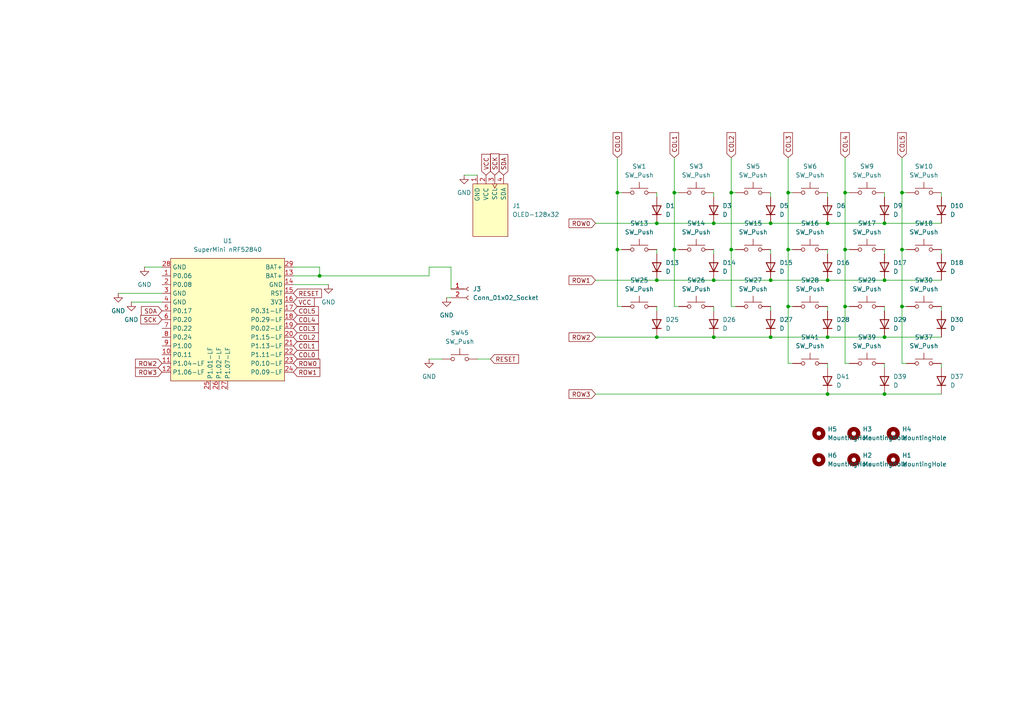
<source format=kicad_sch>
(kicad_sch
	(version 20250114)
	(generator "eeschema")
	(generator_version "9.0")
	(uuid "d222e060-3de1-4a6a-8c38-ab55b3029532")
	(paper "A4")
	(lib_symbols
		(symbol "Connector:Conn_01x02_Socket"
			(pin_names
				(offset 1.016)
				(hide yes)
			)
			(exclude_from_sim no)
			(in_bom yes)
			(on_board yes)
			(property "Reference" "J"
				(at 0 2.54 0)
				(effects
					(font
						(size 1.27 1.27)
					)
				)
			)
			(property "Value" "Conn_01x02_Socket"
				(at 0 -5.08 0)
				(effects
					(font
						(size 1.27 1.27)
					)
				)
			)
			(property "Footprint" ""
				(at 0 0 0)
				(effects
					(font
						(size 1.27 1.27)
					)
					(hide yes)
				)
			)
			(property "Datasheet" "~"
				(at 0 0 0)
				(effects
					(font
						(size 1.27 1.27)
					)
					(hide yes)
				)
			)
			(property "Description" "Generic connector, single row, 01x02, script generated"
				(at 0 0 0)
				(effects
					(font
						(size 1.27 1.27)
					)
					(hide yes)
				)
			)
			(property "ki_locked" ""
				(at 0 0 0)
				(effects
					(font
						(size 1.27 1.27)
					)
				)
			)
			(property "ki_keywords" "connector"
				(at 0 0 0)
				(effects
					(font
						(size 1.27 1.27)
					)
					(hide yes)
				)
			)
			(property "ki_fp_filters" "Connector*:*_1x??_*"
				(at 0 0 0)
				(effects
					(font
						(size 1.27 1.27)
					)
					(hide yes)
				)
			)
			(symbol "Conn_01x02_Socket_1_1"
				(polyline
					(pts
						(xy -1.27 0) (xy -0.508 0)
					)
					(stroke
						(width 0.1524)
						(type default)
					)
					(fill
						(type none)
					)
				)
				(polyline
					(pts
						(xy -1.27 -2.54) (xy -0.508 -2.54)
					)
					(stroke
						(width 0.1524)
						(type default)
					)
					(fill
						(type none)
					)
				)
				(arc
					(start 0 -0.508)
					(mid -0.5058 0)
					(end 0 0.508)
					(stroke
						(width 0.1524)
						(type default)
					)
					(fill
						(type none)
					)
				)
				(arc
					(start 0 -3.048)
					(mid -0.5058 -2.54)
					(end 0 -2.032)
					(stroke
						(width 0.1524)
						(type default)
					)
					(fill
						(type none)
					)
				)
				(pin passive line
					(at -5.08 0 0)
					(length 3.81)
					(name "Pin_1"
						(effects
							(font
								(size 1.27 1.27)
							)
						)
					)
					(number "1"
						(effects
							(font
								(size 1.27 1.27)
							)
						)
					)
				)
				(pin passive line
					(at -5.08 -2.54 0)
					(length 3.81)
					(name "Pin_2"
						(effects
							(font
								(size 1.27 1.27)
							)
						)
					)
					(number "2"
						(effects
							(font
								(size 1.27 1.27)
							)
						)
					)
				)
			)
			(embedded_fonts no)
		)
		(symbol "Device:D"
			(pin_numbers
				(hide yes)
			)
			(pin_names
				(offset 1.016)
				(hide yes)
			)
			(exclude_from_sim no)
			(in_bom yes)
			(on_board yes)
			(property "Reference" "D"
				(at 0 2.54 0)
				(effects
					(font
						(size 1.27 1.27)
					)
				)
			)
			(property "Value" "D"
				(at 0 -2.54 0)
				(effects
					(font
						(size 1.27 1.27)
					)
				)
			)
			(property "Footprint" ""
				(at 0 0 0)
				(effects
					(font
						(size 1.27 1.27)
					)
					(hide yes)
				)
			)
			(property "Datasheet" "~"
				(at 0 0 0)
				(effects
					(font
						(size 1.27 1.27)
					)
					(hide yes)
				)
			)
			(property "Description" "Diode"
				(at 0 0 0)
				(effects
					(font
						(size 1.27 1.27)
					)
					(hide yes)
				)
			)
			(property "Sim.Device" "D"
				(at 0 0 0)
				(effects
					(font
						(size 1.27 1.27)
					)
					(hide yes)
				)
			)
			(property "Sim.Pins" "1=K 2=A"
				(at 0 0 0)
				(effects
					(font
						(size 1.27 1.27)
					)
					(hide yes)
				)
			)
			(property "ki_keywords" "diode"
				(at 0 0 0)
				(effects
					(font
						(size 1.27 1.27)
					)
					(hide yes)
				)
			)
			(property "ki_fp_filters" "TO-???* *_Diode_* *SingleDiode* D_*"
				(at 0 0 0)
				(effects
					(font
						(size 1.27 1.27)
					)
					(hide yes)
				)
			)
			(symbol "D_0_1"
				(polyline
					(pts
						(xy -1.27 1.27) (xy -1.27 -1.27)
					)
					(stroke
						(width 0.254)
						(type default)
					)
					(fill
						(type none)
					)
				)
				(polyline
					(pts
						(xy 1.27 1.27) (xy 1.27 -1.27) (xy -1.27 0) (xy 1.27 1.27)
					)
					(stroke
						(width 0.254)
						(type default)
					)
					(fill
						(type none)
					)
				)
				(polyline
					(pts
						(xy 1.27 0) (xy -1.27 0)
					)
					(stroke
						(width 0)
						(type default)
					)
					(fill
						(type none)
					)
				)
			)
			(symbol "D_1_1"
				(pin passive line
					(at -3.81 0 0)
					(length 2.54)
					(name "K"
						(effects
							(font
								(size 1.27 1.27)
							)
						)
					)
					(number "1"
						(effects
							(font
								(size 1.27 1.27)
							)
						)
					)
				)
				(pin passive line
					(at 3.81 0 180)
					(length 2.54)
					(name "A"
						(effects
							(font
								(size 1.27 1.27)
							)
						)
					)
					(number "2"
						(effects
							(font
								(size 1.27 1.27)
							)
						)
					)
				)
			)
			(embedded_fonts no)
		)
		(symbol "Mechanical:MountingHole"
			(pin_names
				(offset 1.016)
			)
			(exclude_from_sim no)
			(in_bom no)
			(on_board yes)
			(property "Reference" "H"
				(at 0 5.08 0)
				(effects
					(font
						(size 1.27 1.27)
					)
				)
			)
			(property "Value" "MountingHole"
				(at 0 3.175 0)
				(effects
					(font
						(size 1.27 1.27)
					)
				)
			)
			(property "Footprint" ""
				(at 0 0 0)
				(effects
					(font
						(size 1.27 1.27)
					)
					(hide yes)
				)
			)
			(property "Datasheet" "~"
				(at 0 0 0)
				(effects
					(font
						(size 1.27 1.27)
					)
					(hide yes)
				)
			)
			(property "Description" "Mounting Hole without connection"
				(at 0 0 0)
				(effects
					(font
						(size 1.27 1.27)
					)
					(hide yes)
				)
			)
			(property "ki_keywords" "mounting hole"
				(at 0 0 0)
				(effects
					(font
						(size 1.27 1.27)
					)
					(hide yes)
				)
			)
			(property "ki_fp_filters" "MountingHole*"
				(at 0 0 0)
				(effects
					(font
						(size 1.27 1.27)
					)
					(hide yes)
				)
			)
			(symbol "MountingHole_0_1"
				(circle
					(center 0 0)
					(radius 1.27)
					(stroke
						(width 1.27)
						(type default)
					)
					(fill
						(type none)
					)
				)
			)
			(embedded_fonts no)
		)
		(symbol "PCM_marbastlib-promicroish:SuperMini_nRF52840"
			(exclude_from_sim no)
			(in_bom no)
			(on_board yes)
			(property "Reference" "U"
				(at 0 22.86 0)
				(effects
					(font
						(size 1.27 1.27)
					)
				)
			)
			(property "Value" "SuperMini nRF52840"
				(at 0 20.32 0)
				(effects
					(font
						(size 1.27 1.27)
					)
				)
			)
			(property "Footprint" "PCM_marbastlib-xp-promicroish:SuperMini_nRF52840_AH_USBup"
				(at 0 -30.48 0)
				(effects
					(font
						(size 1.27 1.27)
					)
					(hide yes)
				)
			)
			(property "Datasheet" "https://wiki.icbbuy.com/doku.php?id=developmentboard:nrf52840"
				(at 1.27 -33.02 0)
				(effects
					(font
						(size 1.27 1.27)
					)
					(hide yes)
				)
			)
			(property "Description" "Symbol for an nicekeyboards nice!nano"
				(at 0 0 0)
				(effects
					(font
						(size 1.27 1.27)
					)
					(hide yes)
				)
			)
			(symbol "SuperMini_nRF52840_0_0"
				(pin bidirectional line
					(at -19.05 13.97 0)
					(length 2.54)
					(name "P0.06"
						(effects
							(font
								(size 1.27 1.27)
							)
						)
					)
					(number "1"
						(effects
							(font
								(size 1.27 1.27)
							)
						)
					)
				)
				(pin bidirectional line
					(at -19.05 11.43 0)
					(length 2.54)
					(name "P0.08"
						(effects
							(font
								(size 1.27 1.27)
							)
						)
					)
					(number "2"
						(effects
							(font
								(size 1.27 1.27)
							)
						)
					)
				)
				(pin power_out line
					(at -19.05 8.89 0)
					(length 2.54)
					(name "GND"
						(effects
							(font
								(size 1.27 1.27)
							)
						)
					)
					(number "3"
						(effects
							(font
								(size 1.27 1.27)
							)
						)
					)
				)
				(pin power_out line
					(at -19.05 6.35 0)
					(length 2.54)
					(name "GND"
						(effects
							(font
								(size 1.27 1.27)
							)
						)
					)
					(number "4"
						(effects
							(font
								(size 1.27 1.27)
							)
						)
					)
				)
				(pin bidirectional line
					(at -19.05 3.81 0)
					(length 2.54)
					(name "P0.17"
						(effects
							(font
								(size 1.27 1.27)
							)
						)
					)
					(number "5"
						(effects
							(font
								(size 1.27 1.27)
							)
						)
					)
				)
				(pin bidirectional line
					(at -19.05 1.27 0)
					(length 2.54)
					(name "P0.20"
						(effects
							(font
								(size 1.27 1.27)
							)
						)
					)
					(number "6"
						(effects
							(font
								(size 1.27 1.27)
							)
						)
					)
				)
				(pin bidirectional line
					(at -19.05 -1.27 0)
					(length 2.54)
					(name "P0.22"
						(effects
							(font
								(size 1.27 1.27)
							)
						)
					)
					(number "7"
						(effects
							(font
								(size 1.27 1.27)
							)
						)
					)
				)
				(pin bidirectional line
					(at -19.05 -3.81 0)
					(length 2.54)
					(name "P0.24"
						(effects
							(font
								(size 1.27 1.27)
							)
						)
					)
					(number "8"
						(effects
							(font
								(size 1.27 1.27)
							)
						)
					)
				)
				(pin bidirectional line
					(at -19.05 -6.35 0)
					(length 2.54)
					(name "P1.00"
						(effects
							(font
								(size 1.27 1.27)
							)
						)
					)
					(number "9"
						(effects
							(font
								(size 1.27 1.27)
							)
						)
					)
				)
				(pin bidirectional line
					(at -19.05 -8.89 0)
					(length 2.54)
					(name "P0.11"
						(effects
							(font
								(size 1.27 1.27)
							)
						)
					)
					(number "10"
						(effects
							(font
								(size 1.27 1.27)
							)
						)
					)
				)
				(pin bidirectional line
					(at -19.05 -11.43 0)
					(length 2.54)
					(name "P1.04-LF"
						(effects
							(font
								(size 1.27 1.27)
							)
						)
					)
					(number "11"
						(effects
							(font
								(size 1.27 1.27)
							)
						)
					)
				)
				(pin bidirectional line
					(at -19.05 -13.97 0)
					(length 2.54)
					(name "P1.06-LF"
						(effects
							(font
								(size 1.27 1.27)
							)
						)
					)
					(number "12"
						(effects
							(font
								(size 1.27 1.27)
							)
						)
					)
				)
				(pin power_out line
					(at 19.05 11.43 180)
					(length 2.54)
					(name "GND"
						(effects
							(font
								(size 1.27 1.27)
							)
						)
					)
					(number "14"
						(effects
							(font
								(size 1.27 1.27)
							)
						)
					)
				)
				(pin bidirectional line
					(at 19.05 8.89 180)
					(length 2.54)
					(name "RST"
						(effects
							(font
								(size 1.27 1.27)
							)
						)
					)
					(number "15"
						(effects
							(font
								(size 1.27 1.27)
							)
						)
					)
				)
				(pin bidirectional line
					(at 19.05 3.81 180)
					(length 2.54)
					(name "P0.31-LF"
						(effects
							(font
								(size 1.27 1.27)
							)
						)
					)
					(number "17"
						(effects
							(font
								(size 1.27 1.27)
							)
						)
					)
				)
				(pin bidirectional line
					(at 19.05 1.27 180)
					(length 2.54)
					(name "P0.29-LF"
						(effects
							(font
								(size 1.27 1.27)
							)
						)
					)
					(number "18"
						(effects
							(font
								(size 1.27 1.27)
							)
						)
					)
				)
				(pin bidirectional line
					(at 19.05 -1.27 180)
					(length 2.54)
					(name "P0.02-LF"
						(effects
							(font
								(size 1.27 1.27)
							)
						)
					)
					(number "19"
						(effects
							(font
								(size 1.27 1.27)
							)
						)
					)
				)
				(pin bidirectional line
					(at 19.05 -3.81 180)
					(length 2.54)
					(name "P1.15-LF"
						(effects
							(font
								(size 1.27 1.27)
							)
						)
					)
					(number "20"
						(effects
							(font
								(size 1.27 1.27)
							)
						)
					)
				)
				(pin bidirectional line
					(at 19.05 -6.35 180)
					(length 2.54)
					(name "P1.13-LF"
						(effects
							(font
								(size 1.27 1.27)
							)
						)
					)
					(number "21"
						(effects
							(font
								(size 1.27 1.27)
							)
						)
					)
				)
				(pin bidirectional line
					(at 19.05 -8.89 180)
					(length 2.54)
					(name "P1.11-LF"
						(effects
							(font
								(size 1.27 1.27)
							)
						)
					)
					(number "22"
						(effects
							(font
								(size 1.27 1.27)
							)
						)
					)
				)
				(pin bidirectional line
					(at 19.05 -13.97 180)
					(length 2.54)
					(name "P0.09-LF"
						(effects
							(font
								(size 1.27 1.27)
							)
						)
					)
					(number "24"
						(effects
							(font
								(size 1.27 1.27)
							)
						)
					)
				)
			)
			(symbol "SuperMini_nRF52840_1_0"
				(pin power_out line
					(at -19.05 16.51 0)
					(length 2.54)
					(name "GND"
						(effects
							(font
								(size 1.27 1.27)
							)
						)
					)
					(number "28"
						(effects
							(font
								(size 1.27 1.27)
							)
						)
					)
				)
				(pin bidirectional line
					(at -5.08 -19.05 90)
					(length 2.54)
					(name "P1.01-LF"
						(effects
							(font
								(size 1.27 1.27)
							)
						)
					)
					(number "25"
						(effects
							(font
								(size 1.27 1.27)
							)
						)
					)
				)
				(pin bidirectional line
					(at -2.54 -19.05 90)
					(length 2.54)
					(name "P1.02-LF"
						(effects
							(font
								(size 1.27 1.27)
							)
						)
					)
					(number "26"
						(effects
							(font
								(size 1.27 1.27)
							)
						)
					)
				)
				(pin bidirectional line
					(at 0 -19.05 90)
					(length 2.54)
					(name "P1.07-LF"
						(effects
							(font
								(size 1.27 1.27)
							)
						)
					)
					(number "27"
						(effects
							(font
								(size 1.27 1.27)
							)
						)
					)
				)
				(pin power_out line
					(at 19.05 16.51 180)
					(length 2.54)
					(name "BAT+"
						(effects
							(font
								(size 1.27 1.27)
							)
						)
					)
					(number "29"
						(effects
							(font
								(size 1.27 1.27)
							)
						)
					)
				)
				(pin power_out line
					(at 19.05 13.97 180)
					(length 2.54)
					(name "BAT+"
						(effects
							(font
								(size 1.27 1.27)
							)
						)
					)
					(number "13"
						(effects
							(font
								(size 1.27 1.27)
							)
						)
					)
				)
				(pin power_out line
					(at 19.05 6.35 180)
					(length 2.54)
					(name "3V3"
						(effects
							(font
								(size 1.27 1.27)
							)
						)
					)
					(number "16"
						(effects
							(font
								(size 1.27 1.27)
							)
						)
					)
				)
				(pin bidirectional line
					(at 19.05 -11.43 180)
					(length 2.54)
					(name "P0.10-LF"
						(effects
							(font
								(size 1.27 1.27)
							)
						)
					)
					(number "23"
						(effects
							(font
								(size 1.27 1.27)
							)
						)
					)
				)
			)
			(symbol "SuperMini_nRF52840_1_1"
				(rectangle
					(start -16.51 19.05)
					(end 16.51 -16.51)
					(stroke
						(width 0)
						(type default)
					)
					(fill
						(type background)
					)
				)
			)
			(embedded_fonts no)
		)
		(symbol "Switch:SW_Push"
			(pin_numbers
				(hide yes)
			)
			(pin_names
				(offset 1.016)
				(hide yes)
			)
			(exclude_from_sim no)
			(in_bom yes)
			(on_board yes)
			(property "Reference" "SW"
				(at 1.27 2.54 0)
				(effects
					(font
						(size 1.27 1.27)
					)
					(justify left)
				)
			)
			(property "Value" "SW_Push"
				(at 0 -1.524 0)
				(effects
					(font
						(size 1.27 1.27)
					)
				)
			)
			(property "Footprint" ""
				(at 0 5.08 0)
				(effects
					(font
						(size 1.27 1.27)
					)
					(hide yes)
				)
			)
			(property "Datasheet" "~"
				(at 0 5.08 0)
				(effects
					(font
						(size 1.27 1.27)
					)
					(hide yes)
				)
			)
			(property "Description" "Push button switch, generic, two pins"
				(at 0 0 0)
				(effects
					(font
						(size 1.27 1.27)
					)
					(hide yes)
				)
			)
			(property "ki_keywords" "switch normally-open pushbutton push-button"
				(at 0 0 0)
				(effects
					(font
						(size 1.27 1.27)
					)
					(hide yes)
				)
			)
			(symbol "SW_Push_0_1"
				(circle
					(center -2.032 0)
					(radius 0.508)
					(stroke
						(width 0)
						(type default)
					)
					(fill
						(type none)
					)
				)
				(polyline
					(pts
						(xy 0 1.27) (xy 0 3.048)
					)
					(stroke
						(width 0)
						(type default)
					)
					(fill
						(type none)
					)
				)
				(circle
					(center 2.032 0)
					(radius 0.508)
					(stroke
						(width 0)
						(type default)
					)
					(fill
						(type none)
					)
				)
				(polyline
					(pts
						(xy 2.54 1.27) (xy -2.54 1.27)
					)
					(stroke
						(width 0)
						(type default)
					)
					(fill
						(type none)
					)
				)
				(pin passive line
					(at -5.08 0 0)
					(length 2.54)
					(name "1"
						(effects
							(font
								(size 1.27 1.27)
							)
						)
					)
					(number "1"
						(effects
							(font
								(size 1.27 1.27)
							)
						)
					)
				)
				(pin passive line
					(at 5.08 0 180)
					(length 2.54)
					(name "2"
						(effects
							(font
								(size 1.27 1.27)
							)
						)
					)
					(number "2"
						(effects
							(font
								(size 1.27 1.27)
							)
						)
					)
				)
			)
			(embedded_fonts no)
		)
		(symbol "display:OLED-128x32"
			(pin_names
				(offset 1.016)
			)
			(exclude_from_sim no)
			(in_bom yes)
			(on_board yes)
			(property "Reference" "J"
				(at 0 -6.35 0)
				(effects
					(font
						(size 1.27 1.27)
					)
				)
			)
			(property "Value" "OLED-128x32"
				(at 0 6.35 0)
				(effects
					(font
						(size 1.27 1.27)
					)
				)
			)
			(property "Footprint" "display:OLED-128x32-cutout"
				(at 0 8.89 0)
				(effects
					(font
						(size 1.27 1.27)
					)
					(hide yes)
				)
			)
			(property "Datasheet" ""
				(at 0 1.27 0)
				(effects
					(font
						(size 1.27 1.27)
					)
					(hide yes)
				)
			)
			(property "Description" ""
				(at 0 0 0)
				(effects
					(font
						(size 1.27 1.27)
					)
					(hide yes)
				)
			)
			(symbol "OLED-128x32_0_1"
				(rectangle
					(start 0 5.08)
					(end 15.24 -5.08)
					(stroke
						(width 0)
						(type default)
					)
					(fill
						(type background)
					)
				)
			)
			(symbol "OLED-128x32_1_1"
				(pin bidirectional line
					(at -2.54 3.81 0)
					(length 2.54)
					(name "SDA"
						(effects
							(font
								(size 1.27 1.27)
							)
						)
					)
					(number "4"
						(effects
							(font
								(size 1.27 1.27)
							)
						)
					)
				)
				(pin input clock
					(at -2.54 1.27 0)
					(length 2.54)
					(name "SCL"
						(effects
							(font
								(size 1.27 1.27)
							)
						)
					)
					(number "3"
						(effects
							(font
								(size 1.27 1.27)
							)
						)
					)
				)
				(pin power_in line
					(at -2.54 -1.27 0)
					(length 2.54)
					(name "VCC"
						(effects
							(font
								(size 1.27 1.27)
							)
						)
					)
					(number "2"
						(effects
							(font
								(size 1.27 1.27)
							)
						)
					)
				)
				(pin power_in line
					(at -2.54 -3.81 0)
					(length 2.54)
					(name "GND"
						(effects
							(font
								(size 1.27 1.27)
							)
						)
					)
					(number "1"
						(effects
							(font
								(size 1.27 1.27)
							)
						)
					)
				)
			)
			(embedded_fonts no)
		)
		(symbol "power:GND"
			(power)
			(pin_numbers
				(hide yes)
			)
			(pin_names
				(offset 0)
				(hide yes)
			)
			(exclude_from_sim no)
			(in_bom yes)
			(on_board yes)
			(property "Reference" "#PWR"
				(at 0 -6.35 0)
				(effects
					(font
						(size 1.27 1.27)
					)
					(hide yes)
				)
			)
			(property "Value" "GND"
				(at 0 -3.81 0)
				(effects
					(font
						(size 1.27 1.27)
					)
				)
			)
			(property "Footprint" ""
				(at 0 0 0)
				(effects
					(font
						(size 1.27 1.27)
					)
					(hide yes)
				)
			)
			(property "Datasheet" ""
				(at 0 0 0)
				(effects
					(font
						(size 1.27 1.27)
					)
					(hide yes)
				)
			)
			(property "Description" "Power symbol creates a global label with name \"GND\" , ground"
				(at 0 0 0)
				(effects
					(font
						(size 1.27 1.27)
					)
					(hide yes)
				)
			)
			(property "ki_keywords" "global power"
				(at 0 0 0)
				(effects
					(font
						(size 1.27 1.27)
					)
					(hide yes)
				)
			)
			(symbol "GND_0_1"
				(polyline
					(pts
						(xy 0 0) (xy 0 -1.27) (xy 1.27 -1.27) (xy 0 -2.54) (xy -1.27 -1.27) (xy 0 -1.27)
					)
					(stroke
						(width 0)
						(type default)
					)
					(fill
						(type none)
					)
				)
			)
			(symbol "GND_1_1"
				(pin power_in line
					(at 0 0 270)
					(length 0)
					(name "~"
						(effects
							(font
								(size 1.27 1.27)
							)
						)
					)
					(number "1"
						(effects
							(font
								(size 1.27 1.27)
							)
						)
					)
				)
			)
			(embedded_fonts no)
		)
	)
	(junction
		(at 195.58 55.88)
		(diameter 0)
		(color 0 0 0 0)
		(uuid "07ecf5d9-e0b9-4dfb-889c-59746306a897")
	)
	(junction
		(at 261.62 72.39)
		(diameter 0)
		(color 0 0 0 0)
		(uuid "21a75a8c-e657-4df7-9a0b-1b18b240fe0b")
	)
	(junction
		(at 261.62 55.88)
		(diameter 0)
		(color 0 0 0 0)
		(uuid "380862c3-2cbe-4bce-8041-0d6c1c3c8320")
	)
	(junction
		(at 240.03 81.28)
		(diameter 0)
		(color 0 0 0 0)
		(uuid "3c3b7dff-af1d-4897-a106-3510ffe835b2")
	)
	(junction
		(at 228.6 72.39)
		(diameter 0)
		(color 0 0 0 0)
		(uuid "40e9eba7-7357-4352-9b6f-ee4c88207377")
	)
	(junction
		(at 190.5 97.79)
		(diameter 0)
		(color 0 0 0 0)
		(uuid "42ed08cb-6cba-40de-bece-4248f5f7a3eb")
	)
	(junction
		(at 212.09 55.88)
		(diameter 0)
		(color 0 0 0 0)
		(uuid "46f9e5d8-3595-4873-8a98-4f298fac5b63")
	)
	(junction
		(at 223.52 64.77)
		(diameter 0)
		(color 0 0 0 0)
		(uuid "52c0bf63-5db7-4721-818e-58457e6715f8")
	)
	(junction
		(at 256.54 114.3)
		(diameter 0)
		(color 0 0 0 0)
		(uuid "55178da0-1275-4abd-ac39-9bb85b8e12da")
	)
	(junction
		(at 190.5 81.28)
		(diameter 0)
		(color 0 0 0 0)
		(uuid "59c8f071-4c13-4949-a0dc-5cb50f13edad")
	)
	(junction
		(at 92.71 80.01)
		(diameter 0)
		(color 0 0 0 0)
		(uuid "5d4ca9ee-4091-409d-8763-a58411f39405")
	)
	(junction
		(at 228.6 55.88)
		(diameter 0)
		(color 0 0 0 0)
		(uuid "65379a6c-d383-4bd5-b551-2053c6e6b719")
	)
	(junction
		(at 240.03 64.77)
		(diameter 0)
		(color 0 0 0 0)
		(uuid "6fbcac37-85de-4320-8b84-781e2419ec1a")
	)
	(junction
		(at 207.01 64.77)
		(diameter 0)
		(color 0 0 0 0)
		(uuid "8416d353-d34a-4469-9ac7-239db2b43f12")
	)
	(junction
		(at 245.11 72.39)
		(diameter 0)
		(color 0 0 0 0)
		(uuid "85343fe1-5f59-4465-af9e-b940dcbf107b")
	)
	(junction
		(at 223.52 81.28)
		(diameter 0)
		(color 0 0 0 0)
		(uuid "87bb1467-64f6-49ac-94a2-f19983bda327")
	)
	(junction
		(at 207.01 81.28)
		(diameter 0)
		(color 0 0 0 0)
		(uuid "87eaef16-a01c-47ad-bee8-1337cccefdb3")
	)
	(junction
		(at 207.01 97.79)
		(diameter 0)
		(color 0 0 0 0)
		(uuid "8afcf025-fb27-41d7-b434-ed50b874db56")
	)
	(junction
		(at 256.54 64.77)
		(diameter 0)
		(color 0 0 0 0)
		(uuid "981c55bf-d45e-40d3-9420-c2ba11de3c1a")
	)
	(junction
		(at 179.07 55.88)
		(diameter 0)
		(color 0 0 0 0)
		(uuid "9d77decb-02ca-44af-85a4-7f5ffddd67f0")
	)
	(junction
		(at 223.52 97.79)
		(diameter 0)
		(color 0 0 0 0)
		(uuid "9f3330c0-c09c-44fb-a73a-9446784d5390")
	)
	(junction
		(at 245.11 55.88)
		(diameter 0)
		(color 0 0 0 0)
		(uuid "b0c71528-fe15-4a31-949d-e9a5ae7eb5a0")
	)
	(junction
		(at 190.5 64.77)
		(diameter 0)
		(color 0 0 0 0)
		(uuid "b2509808-508f-4a67-9c5f-1a0bc22c752c")
	)
	(junction
		(at 240.03 114.3)
		(diameter 0)
		(color 0 0 0 0)
		(uuid "b4471837-d95b-46ca-9f78-ba6a703f949c")
	)
	(junction
		(at 228.6 88.9)
		(diameter 0)
		(color 0 0 0 0)
		(uuid "be1c4f22-7871-44be-ba04-c9a0cb78bf16")
	)
	(junction
		(at 179.07 72.39)
		(diameter 0)
		(color 0 0 0 0)
		(uuid "c0166f4f-2df9-4100-807c-11c43c1dbc51")
	)
	(junction
		(at 212.09 72.39)
		(diameter 0)
		(color 0 0 0 0)
		(uuid "c0f8d810-6e9e-4fd4-a9b4-9ed38e124ebd")
	)
	(junction
		(at 256.54 81.28)
		(diameter 0)
		(color 0 0 0 0)
		(uuid "c4bcf826-0b97-45be-ae37-a423348e3a23")
	)
	(junction
		(at 256.54 97.79)
		(diameter 0)
		(color 0 0 0 0)
		(uuid "cc4a4229-054c-4df9-8806-1e7c910c8394")
	)
	(junction
		(at 261.62 88.9)
		(diameter 0)
		(color 0 0 0 0)
		(uuid "def38d33-0217-4214-991c-48db119295fe")
	)
	(junction
		(at 240.03 97.79)
		(diameter 0)
		(color 0 0 0 0)
		(uuid "e45f3c60-9080-41e7-97e6-066c34917b93")
	)
	(junction
		(at 195.58 72.39)
		(diameter 0)
		(color 0 0 0 0)
		(uuid "e6ae8fe9-5a27-4fda-aaf5-1e9d0a7f9955")
	)
	(junction
		(at 245.11 88.9)
		(diameter 0)
		(color 0 0 0 0)
		(uuid "ec5886aa-555c-4a1b-bfb0-011efe691bed")
	)
	(wire
		(pts
			(xy 190.5 64.77) (xy 207.01 64.77)
		)
		(stroke
			(width 0)
			(type default)
		)
		(uuid "00f31bd1-6f7b-4dfd-95db-43268025ccad")
	)
	(wire
		(pts
			(xy 212.09 88.9) (xy 212.09 72.39)
		)
		(stroke
			(width 0)
			(type default)
		)
		(uuid "01ff8593-6ff8-4f28-aab2-aab10db00f64")
	)
	(wire
		(pts
			(xy 240.03 88.9) (xy 240.03 90.17)
		)
		(stroke
			(width 0)
			(type default)
		)
		(uuid "07041e41-8920-49b6-b1b1-1e529f757f88")
	)
	(wire
		(pts
			(xy 228.6 72.39) (xy 229.87 72.39)
		)
		(stroke
			(width 0)
			(type default)
		)
		(uuid "0763ede2-ee59-4293-9e41-bf5c5c344e20")
	)
	(wire
		(pts
			(xy 256.54 114.3) (xy 273.05 114.3)
		)
		(stroke
			(width 0)
			(type default)
		)
		(uuid "0771064e-1b8b-44a8-8d60-324b07573dc0")
	)
	(wire
		(pts
			(xy 228.6 88.9) (xy 228.6 105.41)
		)
		(stroke
			(width 0)
			(type default)
		)
		(uuid "093c1124-c4d8-4e65-9319-b1de150b0e89")
	)
	(wire
		(pts
			(xy 212.09 72.39) (xy 212.09 55.88)
		)
		(stroke
			(width 0)
			(type default)
		)
		(uuid "0c8d6ad3-7e45-4de2-a34e-54cfba0622ee")
	)
	(wire
		(pts
			(xy 240.03 114.3) (xy 256.54 114.3)
		)
		(stroke
			(width 0)
			(type default)
		)
		(uuid "0fe40419-3dd1-43e2-8bb9-9d7a392f6813")
	)
	(wire
		(pts
			(xy 261.62 55.88) (xy 262.89 55.88)
		)
		(stroke
			(width 0)
			(type default)
		)
		(uuid "12186b19-c291-49e2-b69a-524a242f1d21")
	)
	(wire
		(pts
			(xy 273.05 88.9) (xy 273.05 90.17)
		)
		(stroke
			(width 0)
			(type default)
		)
		(uuid "12ca86af-b89e-4350-8a31-93056a64c935")
	)
	(wire
		(pts
			(xy 207.01 55.88) (xy 207.01 57.15)
		)
		(stroke
			(width 0)
			(type default)
		)
		(uuid "16219125-d899-47db-b1ec-4fffbb50e17f")
	)
	(wire
		(pts
			(xy 261.62 45.72) (xy 261.62 55.88)
		)
		(stroke
			(width 0)
			(type default)
		)
		(uuid "165c117e-ce5f-4852-bc8e-28fc80bb6635")
	)
	(wire
		(pts
			(xy 172.72 81.28) (xy 190.5 81.28)
		)
		(stroke
			(width 0)
			(type default)
		)
		(uuid "16fc8b85-0edb-424a-b641-7313707d504d")
	)
	(wire
		(pts
			(xy 228.6 55.88) (xy 229.87 55.88)
		)
		(stroke
			(width 0)
			(type default)
		)
		(uuid "173c98ae-a464-46c9-9780-4446d5cb676d")
	)
	(wire
		(pts
			(xy 261.62 88.9) (xy 261.62 72.39)
		)
		(stroke
			(width 0)
			(type default)
		)
		(uuid "21fe4a80-dcd2-43b0-87c3-24fea7e3d4b0")
	)
	(wire
		(pts
			(xy 124.46 104.14) (xy 128.27 104.14)
		)
		(stroke
			(width 0)
			(type default)
		)
		(uuid "245d8b98-e3bf-47ab-8d9b-b04c64c28799")
	)
	(wire
		(pts
			(xy 228.6 88.9) (xy 229.87 88.9)
		)
		(stroke
			(width 0)
			(type default)
		)
		(uuid "2583b560-0cff-4e76-ba76-97735f309809")
	)
	(wire
		(pts
			(xy 195.58 72.39) (xy 195.58 55.88)
		)
		(stroke
			(width 0)
			(type default)
		)
		(uuid "25a4e488-abd8-4df4-8e8d-e979aa079c16")
	)
	(wire
		(pts
			(xy 228.6 55.88) (xy 228.6 72.39)
		)
		(stroke
			(width 0)
			(type default)
		)
		(uuid "29319c07-9a78-440d-843c-77986b63f5cc")
	)
	(wire
		(pts
			(xy 240.03 55.88) (xy 240.03 57.15)
		)
		(stroke
			(width 0)
			(type default)
		)
		(uuid "29a849ef-3d19-483a-9679-9466b3a8ef45")
	)
	(wire
		(pts
			(xy 240.03 64.77) (xy 256.54 64.77)
		)
		(stroke
			(width 0)
			(type default)
		)
		(uuid "32235d5b-a2d7-49e7-9317-603d1e3f22c6")
	)
	(wire
		(pts
			(xy 245.11 55.88) (xy 246.38 55.88)
		)
		(stroke
			(width 0)
			(type default)
		)
		(uuid "38f10908-c890-4932-8008-bb1d29f00b18")
	)
	(wire
		(pts
			(xy 196.85 88.9) (xy 195.58 88.9)
		)
		(stroke
			(width 0)
			(type default)
		)
		(uuid "3c236983-42d4-4702-b524-e6a6fa3eeaca")
	)
	(wire
		(pts
			(xy 134.62 50.8) (xy 138.43 50.8)
		)
		(stroke
			(width 0)
			(type default)
		)
		(uuid "3d9a28f2-1db8-4b04-b866-c2e07f08cfed")
	)
	(wire
		(pts
			(xy 223.52 88.9) (xy 223.52 90.17)
		)
		(stroke
			(width 0)
			(type default)
		)
		(uuid "3dc8a667-7330-4808-aacf-8b956f1f4099")
	)
	(wire
		(pts
			(xy 172.72 97.79) (xy 190.5 97.79)
		)
		(stroke
			(width 0)
			(type default)
		)
		(uuid "3e6d9755-37ab-4c7b-94b0-28b722df7d65")
	)
	(wire
		(pts
			(xy 85.09 80.01) (xy 92.71 80.01)
		)
		(stroke
			(width 0)
			(type default)
		)
		(uuid "4150fd8f-6e07-44e0-a45a-ff3d43083fb4")
	)
	(wire
		(pts
			(xy 195.58 55.88) (xy 195.58 45.72)
		)
		(stroke
			(width 0)
			(type default)
		)
		(uuid "4325658f-1d31-4590-885d-7ceae624fa70")
	)
	(wire
		(pts
			(xy 256.54 97.79) (xy 273.05 97.79)
		)
		(stroke
			(width 0)
			(type default)
		)
		(uuid "4403eec6-4d11-4e5b-a2a2-abf983b17420")
	)
	(wire
		(pts
			(xy 223.52 64.77) (xy 240.03 64.77)
		)
		(stroke
			(width 0)
			(type default)
		)
		(uuid "4c58ecef-8b8f-4736-bbd1-23b800744eae")
	)
	(wire
		(pts
			(xy 223.52 72.39) (xy 223.52 73.66)
		)
		(stroke
			(width 0)
			(type default)
		)
		(uuid "512fd7ce-774f-44cf-bb3f-d1350a8e62cb")
	)
	(wire
		(pts
			(xy 240.03 97.79) (xy 256.54 97.79)
		)
		(stroke
			(width 0)
			(type default)
		)
		(uuid "57dce7ef-dfcd-406f-84f9-c95f823ab3de")
	)
	(wire
		(pts
			(xy 207.01 81.28) (xy 223.52 81.28)
		)
		(stroke
			(width 0)
			(type default)
		)
		(uuid "5926f349-c565-486e-accd-13b25ec70a09")
	)
	(wire
		(pts
			(xy 212.09 55.88) (xy 213.36 55.88)
		)
		(stroke
			(width 0)
			(type default)
		)
		(uuid "5a1efc36-d48c-405b-bf8b-7f4b914a34fe")
	)
	(wire
		(pts
			(xy 245.11 72.39) (xy 245.11 88.9)
		)
		(stroke
			(width 0)
			(type default)
		)
		(uuid "5c6a1cdc-00b9-4f58-a7f7-fd95867c79db")
	)
	(wire
		(pts
			(xy 261.62 72.39) (xy 261.62 55.88)
		)
		(stroke
			(width 0)
			(type default)
		)
		(uuid "5ec2da71-6e92-4ed9-a12a-26932957395d")
	)
	(wire
		(pts
			(xy 179.07 55.88) (xy 179.07 72.39)
		)
		(stroke
			(width 0)
			(type default)
		)
		(uuid "5f6f057f-fa2a-4258-9070-b040b4dacc41")
	)
	(wire
		(pts
			(xy 256.54 88.9) (xy 256.54 90.17)
		)
		(stroke
			(width 0)
			(type default)
		)
		(uuid "63cdd2a4-ec3c-4ee5-9b96-7b92332f767b")
	)
	(wire
		(pts
			(xy 273.05 105.41) (xy 273.05 106.68)
		)
		(stroke
			(width 0)
			(type default)
		)
		(uuid "64483b04-121e-4315-b6f0-1d327f0e20ee")
	)
	(wire
		(pts
			(xy 223.52 97.79) (xy 240.03 97.79)
		)
		(stroke
			(width 0)
			(type default)
		)
		(uuid "64bde0e1-9658-49dd-a3ea-803135c654ce")
	)
	(wire
		(pts
			(xy 124.46 77.47) (xy 130.81 77.47)
		)
		(stroke
			(width 0)
			(type default)
		)
		(uuid "65258e3a-5898-4eca-b87f-c0d4aa03f155")
	)
	(wire
		(pts
			(xy 190.5 88.9) (xy 190.5 90.17)
		)
		(stroke
			(width 0)
			(type default)
		)
		(uuid "67a8c445-dc10-48df-8b21-52fd8873ab98")
	)
	(wire
		(pts
			(xy 190.5 72.39) (xy 190.5 73.66)
		)
		(stroke
			(width 0)
			(type default)
		)
		(uuid "67ce59ea-06ea-4000-9813-1b737b71042f")
	)
	(wire
		(pts
			(xy 92.71 77.47) (xy 92.71 80.01)
		)
		(stroke
			(width 0)
			(type default)
		)
		(uuid "6afb8051-da46-482e-9a5f-85efc7871582")
	)
	(wire
		(pts
			(xy 228.6 72.39) (xy 228.6 88.9)
		)
		(stroke
			(width 0)
			(type default)
		)
		(uuid "6f975c51-63fd-4017-86ef-d2877d896ad3")
	)
	(wire
		(pts
			(xy 207.01 88.9) (xy 207.01 90.17)
		)
		(stroke
			(width 0)
			(type default)
		)
		(uuid "72d0cb1a-f2a4-47f3-b584-cc03cee39c6d")
	)
	(wire
		(pts
			(xy 142.24 104.14) (xy 138.43 104.14)
		)
		(stroke
			(width 0)
			(type default)
		)
		(uuid "731bfd4e-5311-44b9-b99e-b3b186d19198")
	)
	(wire
		(pts
			(xy 207.01 72.39) (xy 207.01 73.66)
		)
		(stroke
			(width 0)
			(type default)
		)
		(uuid "757bf20b-2971-435e-8db7-b2aaf1f2e4d9")
	)
	(wire
		(pts
			(xy 212.09 45.72) (xy 212.09 55.88)
		)
		(stroke
			(width 0)
			(type default)
		)
		(uuid "770a1df9-a825-4bdc-92f6-21460eae06f1")
	)
	(wire
		(pts
			(xy 223.52 81.28) (xy 240.03 81.28)
		)
		(stroke
			(width 0)
			(type default)
		)
		(uuid "7a808cd7-3968-4794-8a80-175296748408")
	)
	(wire
		(pts
			(xy 240.03 105.41) (xy 240.03 106.68)
		)
		(stroke
			(width 0)
			(type default)
		)
		(uuid "7e578ad6-17d1-4274-a5e8-9c58f134d61f")
	)
	(wire
		(pts
			(xy 195.58 88.9) (xy 195.58 72.39)
		)
		(stroke
			(width 0)
			(type default)
		)
		(uuid "84de292b-2a41-4627-9e15-2e67d4e7abea")
	)
	(wire
		(pts
			(xy 245.11 88.9) (xy 245.11 105.41)
		)
		(stroke
			(width 0)
			(type default)
		)
		(uuid "891c93d5-2b27-4be0-a58a-c5b525125d8a")
	)
	(wire
		(pts
			(xy 256.54 64.77) (xy 273.05 64.77)
		)
		(stroke
			(width 0)
			(type default)
		)
		(uuid "8a5e02ae-8161-4641-87ed-0ffc4ed24c2b")
	)
	(wire
		(pts
			(xy 262.89 105.41) (xy 261.62 105.41)
		)
		(stroke
			(width 0)
			(type default)
		)
		(uuid "8aecdf35-dc34-46df-8bf4-9bbe4434c406")
	)
	(wire
		(pts
			(xy 38.1 87.63) (xy 46.99 87.63)
		)
		(stroke
			(width 0)
			(type default)
		)
		(uuid "8fd3e258-5b76-41f4-9346-fb5c00774afe")
	)
	(wire
		(pts
			(xy 212.09 72.39) (xy 213.36 72.39)
		)
		(stroke
			(width 0)
			(type default)
		)
		(uuid "902838b5-76f4-4fe7-8be4-68e3543ad1c2")
	)
	(wire
		(pts
			(xy 190.5 97.79) (xy 207.01 97.79)
		)
		(stroke
			(width 0)
			(type default)
		)
		(uuid "9176f8e0-dbb0-46ae-aebc-52a620b00ccb")
	)
	(wire
		(pts
			(xy 240.03 72.39) (xy 240.03 73.66)
		)
		(stroke
			(width 0)
			(type default)
		)
		(uuid "94addb68-88ee-411d-b862-7359ff3c8e91")
	)
	(wire
		(pts
			(xy 240.03 81.28) (xy 256.54 81.28)
		)
		(stroke
			(width 0)
			(type default)
		)
		(uuid "98d4b84c-b0f0-46f5-b415-ba873b8234be")
	)
	(wire
		(pts
			(xy 124.46 80.01) (xy 124.46 77.47)
		)
		(stroke
			(width 0)
			(type default)
		)
		(uuid "9a288983-be04-4dce-bf6e-6b12b3262b8d")
	)
	(wire
		(pts
			(xy 172.72 114.3) (xy 240.03 114.3)
		)
		(stroke
			(width 0)
			(type default)
		)
		(uuid "9a3be838-e6fe-43db-96e2-ec73a4d7c8cc")
	)
	(wire
		(pts
			(xy 179.07 72.39) (xy 180.34 72.39)
		)
		(stroke
			(width 0)
			(type default)
		)
		(uuid "9f5807e8-3c80-4544-87b4-d779c252aead")
	)
	(wire
		(pts
			(xy 130.81 77.47) (xy 130.81 83.82)
		)
		(stroke
			(width 0)
			(type default)
		)
		(uuid "9fe66320-71b1-4bbc-9858-dde08a7fa124")
	)
	(wire
		(pts
			(xy 273.05 72.39) (xy 273.05 73.66)
		)
		(stroke
			(width 0)
			(type default)
		)
		(uuid "a157b7b6-a668-47fb-813e-d4567852cd30")
	)
	(wire
		(pts
			(xy 195.58 72.39) (xy 196.85 72.39)
		)
		(stroke
			(width 0)
			(type default)
		)
		(uuid "a52d87ec-aad8-44ec-87f5-d30f70daecf2")
	)
	(wire
		(pts
			(xy 229.87 105.41) (xy 228.6 105.41)
		)
		(stroke
			(width 0)
			(type default)
		)
		(uuid "a744eb66-c86d-487a-836d-32b98d3f722a")
	)
	(wire
		(pts
			(xy 172.72 64.77) (xy 190.5 64.77)
		)
		(stroke
			(width 0)
			(type default)
		)
		(uuid "a74a47a3-9670-4300-bbb2-a66dd5edd773")
	)
	(wire
		(pts
			(xy 190.5 55.88) (xy 190.5 57.15)
		)
		(stroke
			(width 0)
			(type default)
		)
		(uuid "a979ee96-04c5-4ba6-9935-56629eb6b655")
	)
	(wire
		(pts
			(xy 85.09 82.55) (xy 95.25 82.55)
		)
		(stroke
			(width 0)
			(type default)
		)
		(uuid "afe845eb-71a5-42d2-8cb3-b2dab54cf1cc")
	)
	(wire
		(pts
			(xy 245.11 55.88) (xy 245.11 72.39)
		)
		(stroke
			(width 0)
			(type default)
		)
		(uuid "b136ab25-5e92-41f0-bc30-897f7217bf07")
	)
	(wire
		(pts
			(xy 207.01 97.79) (xy 223.52 97.79)
		)
		(stroke
			(width 0)
			(type default)
		)
		(uuid "b55151e5-5247-446c-a869-12e03985a645")
	)
	(wire
		(pts
			(xy 190.5 81.28) (xy 207.01 81.28)
		)
		(stroke
			(width 0)
			(type default)
		)
		(uuid "b60c34d8-1076-4577-adaa-d5222f944d7d")
	)
	(wire
		(pts
			(xy 179.07 55.88) (xy 180.34 55.88)
		)
		(stroke
			(width 0)
			(type default)
		)
		(uuid "bfe07431-7295-4af8-8579-4e194a1e8913")
	)
	(wire
		(pts
			(xy 256.54 81.28) (xy 273.05 81.28)
		)
		(stroke
			(width 0)
			(type default)
		)
		(uuid "c2e46ab4-764f-4719-876e-2578d7bff486")
	)
	(wire
		(pts
			(xy 207.01 64.77) (xy 223.52 64.77)
		)
		(stroke
			(width 0)
			(type default)
		)
		(uuid "c4929ba4-be18-4bf9-a774-c8b0f676b40e")
	)
	(wire
		(pts
			(xy 245.11 72.39) (xy 246.38 72.39)
		)
		(stroke
			(width 0)
			(type default)
		)
		(uuid "c4c3e9c7-95e6-4416-bbdc-aa0c2bd4ed13")
	)
	(wire
		(pts
			(xy 245.11 105.41) (xy 246.38 105.41)
		)
		(stroke
			(width 0)
			(type default)
		)
		(uuid "c5aa94dc-d918-48b1-a34b-3c4ddb853fc7")
	)
	(wire
		(pts
			(xy 245.11 88.9) (xy 246.38 88.9)
		)
		(stroke
			(width 0)
			(type default)
		)
		(uuid "ccd2401a-01c3-4c80-b72e-356f5a5f2d5b")
	)
	(wire
		(pts
			(xy 85.09 77.47) (xy 92.71 77.47)
		)
		(stroke
			(width 0)
			(type default)
		)
		(uuid "cf519209-12ae-4f7b-8317-84aac1da1bb3")
	)
	(wire
		(pts
			(xy 129.54 86.36) (xy 130.81 86.36)
		)
		(stroke
			(width 0)
			(type default)
		)
		(uuid "d06db837-8478-4e91-813a-e9743297b101")
	)
	(wire
		(pts
			(xy 213.36 88.9) (xy 212.09 88.9)
		)
		(stroke
			(width 0)
			(type default)
		)
		(uuid "d32992ec-7dba-4767-9942-a926d35f74c7")
	)
	(wire
		(pts
			(xy 179.07 72.39) (xy 179.07 88.9)
		)
		(stroke
			(width 0)
			(type default)
		)
		(uuid "d5836218-09ab-4e3b-a256-821d9a37ad46")
	)
	(wire
		(pts
			(xy 223.52 55.88) (xy 223.52 57.15)
		)
		(stroke
			(width 0)
			(type default)
		)
		(uuid "d9fb52de-710e-4f19-9d7d-623e8bae9c6b")
	)
	(wire
		(pts
			(xy 245.11 45.72) (xy 245.11 55.88)
		)
		(stroke
			(width 0)
			(type default)
		)
		(uuid "da068cbc-df53-4bb8-9e2b-63eff5b40cf4")
	)
	(wire
		(pts
			(xy 179.07 88.9) (xy 180.34 88.9)
		)
		(stroke
			(width 0)
			(type default)
		)
		(uuid "dc5e7ebf-bb3a-4366-8ce5-359966d9c7f3")
	)
	(wire
		(pts
			(xy 195.58 55.88) (xy 196.85 55.88)
		)
		(stroke
			(width 0)
			(type default)
		)
		(uuid "de065a34-9048-4c71-9745-6d2039856ee1")
	)
	(wire
		(pts
			(xy 179.07 45.72) (xy 179.07 55.88)
		)
		(stroke
			(width 0)
			(type default)
		)
		(uuid "de9305de-3520-441d-a5ef-5b6b64d67b01")
	)
	(wire
		(pts
			(xy 34.29 85.09) (xy 46.99 85.09)
		)
		(stroke
			(width 0)
			(type default)
		)
		(uuid "df7fa8fd-1623-4545-a0fe-050a20087992")
	)
	(wire
		(pts
			(xy 273.05 55.88) (xy 273.05 57.15)
		)
		(stroke
			(width 0)
			(type default)
		)
		(uuid "e29532c0-0d2c-40cf-875a-71401c1c99a3")
	)
	(wire
		(pts
			(xy 261.62 88.9) (xy 261.62 105.41)
		)
		(stroke
			(width 0)
			(type default)
		)
		(uuid "e4702e03-8740-4400-9aab-ed069add1bcd")
	)
	(wire
		(pts
			(xy 261.62 72.39) (xy 262.89 72.39)
		)
		(stroke
			(width 0)
			(type default)
		)
		(uuid "ea5142ab-4f3e-4157-afe2-0f7144b885c9")
	)
	(wire
		(pts
			(xy 228.6 45.72) (xy 228.6 55.88)
		)
		(stroke
			(width 0)
			(type default)
		)
		(uuid "ea8d9bba-14e3-426a-a4f0-700dcde3bcd5")
	)
	(wire
		(pts
			(xy 262.89 88.9) (xy 261.62 88.9)
		)
		(stroke
			(width 0)
			(type default)
		)
		(uuid "f241d50f-f7b7-434e-99f1-2b359411ef06")
	)
	(wire
		(pts
			(xy 256.54 105.41) (xy 256.54 106.68)
		)
		(stroke
			(width 0)
			(type default)
		)
		(uuid "f44c8d7a-5529-4403-9c8e-65d4bd5d2440")
	)
	(wire
		(pts
			(xy 256.54 72.39) (xy 256.54 73.66)
		)
		(stroke
			(width 0)
			(type default)
		)
		(uuid "f6230625-09aa-47a9-be5b-7e065b5b2dff")
	)
	(wire
		(pts
			(xy 41.91 77.47) (xy 46.99 77.47)
		)
		(stroke
			(width 0)
			(type default)
		)
		(uuid "fb2c73f5-bdb8-4135-8621-87377bb23204")
	)
	(wire
		(pts
			(xy 92.71 80.01) (xy 124.46 80.01)
		)
		(stroke
			(width 0)
			(type default)
		)
		(uuid "fbe31696-7480-4879-990f-15e78786b5f8")
	)
	(wire
		(pts
			(xy 256.54 55.88) (xy 256.54 57.15)
		)
		(stroke
			(width 0)
			(type default)
		)
		(uuid "ff3f7c49-0129-4d4d-b0e4-d7e46acd9b23")
	)
	(global_label "ROW2"
		(shape input)
		(at 172.72 97.79 180)
		(fields_autoplaced yes)
		(effects
			(font
				(size 1.27 1.27)
			)
			(justify right)
		)
		(uuid "0e49086a-551e-40a8-94c4-aafbbed5a51f")
		(property "Intersheetrefs" "${INTERSHEET_REFS}"
			(at 164.4734 97.79 0)
			(effects
				(font
					(size 1.27 1.27)
				)
				(justify right)
				(hide yes)
			)
		)
	)
	(global_label "ROW0"
		(shape input)
		(at 85.09 105.41 0)
		(fields_autoplaced yes)
		(effects
			(font
				(size 1.27 1.27)
			)
			(justify left)
		)
		(uuid "1c1d0f26-16fe-4bc6-b7fe-6f6e95d9c74a")
		(property "Intersheetrefs" "${INTERSHEET_REFS}"
			(at 93.3366 105.41 0)
			(effects
				(font
					(size 1.27 1.27)
				)
				(justify left)
				(hide yes)
			)
		)
	)
	(global_label "COL0"
		(shape input)
		(at 85.09 102.87 0)
		(fields_autoplaced yes)
		(effects
			(font
				(size 1.27 1.27)
			)
			(justify left)
		)
		(uuid "23d6cd93-d5c3-4e9d-9899-1aeb848c0a87")
		(property "Intersheetrefs" "${INTERSHEET_REFS}"
			(at 92.9133 102.87 0)
			(effects
				(font
					(size 1.27 1.27)
				)
				(justify left)
				(hide yes)
			)
		)
	)
	(global_label "COL2"
		(shape input)
		(at 85.09 97.79 0)
		(fields_autoplaced yes)
		(effects
			(font
				(size 1.27 1.27)
			)
			(justify left)
		)
		(uuid "2d274644-617c-4868-8957-9a582ee2a60e")
		(property "Intersheetrefs" "${INTERSHEET_REFS}"
			(at 92.9133 97.79 0)
			(effects
				(font
					(size 1.27 1.27)
				)
				(justify left)
				(hide yes)
			)
		)
	)
	(global_label "ROW1"
		(shape input)
		(at 85.09 107.95 0)
		(fields_autoplaced yes)
		(effects
			(font
				(size 1.27 1.27)
			)
			(justify left)
		)
		(uuid "321dfaa2-4b80-4889-8044-32de1cc07442")
		(property "Intersheetrefs" "${INTERSHEET_REFS}"
			(at 93.3366 107.95 0)
			(effects
				(font
					(size 1.27 1.27)
				)
				(justify left)
				(hide yes)
			)
		)
	)
	(global_label "SDA"
		(shape input)
		(at 46.99 90.17 180)
		(fields_autoplaced yes)
		(effects
			(font
				(size 1.27 1.27)
			)
			(justify right)
		)
		(uuid "33c5e266-cb79-493a-b08b-8f41805f3af7")
		(property "Intersheetrefs" "${INTERSHEET_REFS}"
			(at 40.4367 90.17 0)
			(effects
				(font
					(size 1.27 1.27)
				)
				(justify right)
				(hide yes)
			)
		)
	)
	(global_label "COL3"
		(shape input)
		(at 85.09 95.25 0)
		(fields_autoplaced yes)
		(effects
			(font
				(size 1.27 1.27)
			)
			(justify left)
		)
		(uuid "66f4dcfe-ce8e-413e-82a8-6d3ac54db801")
		(property "Intersheetrefs" "${INTERSHEET_REFS}"
			(at 92.9133 95.25 0)
			(effects
				(font
					(size 1.27 1.27)
				)
				(justify left)
				(hide yes)
			)
		)
	)
	(global_label "COL1"
		(shape input)
		(at 85.09 100.33 0)
		(fields_autoplaced yes)
		(effects
			(font
				(size 1.27 1.27)
			)
			(justify left)
		)
		(uuid "6b50cc2a-a107-4284-b1d1-a9dabeb44ba9")
		(property "Intersheetrefs" "${INTERSHEET_REFS}"
			(at 92.9133 100.33 0)
			(effects
				(font
					(size 1.27 1.27)
				)
				(justify left)
				(hide yes)
			)
		)
	)
	(global_label "RESET"
		(shape input)
		(at 142.24 104.14 0)
		(fields_autoplaced yes)
		(effects
			(font
				(size 1.27 1.27)
			)
			(justify left)
		)
		(uuid "712d4bf0-6fde-49b3-b087-15651a61996f")
		(property "Intersheetrefs" "${INTERSHEET_REFS}"
			(at 150.9703 104.14 0)
			(effects
				(font
					(size 1.27 1.27)
				)
				(justify left)
				(hide yes)
			)
		)
	)
	(global_label "ROW1"
		(shape input)
		(at 172.72 81.28 180)
		(fields_autoplaced yes)
		(effects
			(font
				(size 1.27 1.27)
			)
			(justify right)
		)
		(uuid "732b0043-060e-4fd0-9f23-a9e7489fb162")
		(property "Intersheetrefs" "${INTERSHEET_REFS}"
			(at 164.4734 81.28 0)
			(effects
				(font
					(size 1.27 1.27)
				)
				(justify right)
				(hide yes)
			)
		)
	)
	(global_label "ROW0"
		(shape input)
		(at 172.72 64.77 180)
		(fields_autoplaced yes)
		(effects
			(font
				(size 1.27 1.27)
			)
			(justify right)
		)
		(uuid "76d3ce6f-46fc-4651-834a-12e24215a9b2")
		(property "Intersheetrefs" "${INTERSHEET_REFS}"
			(at 164.4734 64.77 0)
			(effects
				(font
					(size 1.27 1.27)
				)
				(justify right)
				(hide yes)
			)
		)
	)
	(global_label "COL4"
		(shape input)
		(at 85.09 92.71 0)
		(fields_autoplaced yes)
		(effects
			(font
				(size 1.27 1.27)
			)
			(justify left)
		)
		(uuid "84b068e4-de0d-4def-9c00-4e182f5e7014")
		(property "Intersheetrefs" "${INTERSHEET_REFS}"
			(at 92.9133 92.71 0)
			(effects
				(font
					(size 1.27 1.27)
				)
				(justify left)
				(hide yes)
			)
		)
	)
	(global_label "ROW2"
		(shape input)
		(at 46.99 105.41 180)
		(fields_autoplaced yes)
		(effects
			(font
				(size 1.27 1.27)
			)
			(justify right)
		)
		(uuid "86d4038f-2041-4cfe-85c7-561f99d064cd")
		(property "Intersheetrefs" "${INTERSHEET_REFS}"
			(at 38.7434 105.41 0)
			(effects
				(font
					(size 1.27 1.27)
				)
				(justify right)
				(hide yes)
			)
		)
	)
	(global_label "COL5"
		(shape input)
		(at 85.09 90.17 0)
		(fields_autoplaced yes)
		(effects
			(font
				(size 1.27 1.27)
			)
			(justify left)
		)
		(uuid "96783200-abae-43f1-a3ff-b4a736cf8b82")
		(property "Intersheetrefs" "${INTERSHEET_REFS}"
			(at 92.9133 90.17 0)
			(effects
				(font
					(size 1.27 1.27)
				)
				(justify left)
				(hide yes)
			)
		)
	)
	(global_label "COL4"
		(shape input)
		(at 245.11 45.72 90)
		(fields_autoplaced yes)
		(effects
			(font
				(size 1.27 1.27)
			)
			(justify left)
		)
		(uuid "9ea2484a-91ac-4e70-b889-0d96936c5ec5")
		(property "Intersheetrefs" "${INTERSHEET_REFS}"
			(at 245.11 37.8967 90)
			(effects
				(font
					(size 1.27 1.27)
				)
				(justify left)
				(hide yes)
			)
		)
	)
	(global_label "COL2"
		(shape input)
		(at 212.09 45.72 90)
		(fields_autoplaced yes)
		(effects
			(font
				(size 1.27 1.27)
			)
			(justify left)
		)
		(uuid "a7024c9d-ee09-46b7-90df-f709b317429f")
		(property "Intersheetrefs" "${INTERSHEET_REFS}"
			(at 212.09 37.8967 90)
			(effects
				(font
					(size 1.27 1.27)
				)
				(justify left)
				(hide yes)
			)
		)
	)
	(global_label "ROW3"
		(shape input)
		(at 46.99 107.95 180)
		(fields_autoplaced yes)
		(effects
			(font
				(size 1.27 1.27)
			)
			(justify right)
		)
		(uuid "ac984852-bbee-4dfc-8a36-7948682e64d2")
		(property "Intersheetrefs" "${INTERSHEET_REFS}"
			(at 38.7434 107.95 0)
			(effects
				(font
					(size 1.27 1.27)
				)
				(justify right)
				(hide yes)
			)
		)
	)
	(global_label "COL5"
		(shape input)
		(at 261.62 45.72 90)
		(fields_autoplaced yes)
		(effects
			(font
				(size 1.27 1.27)
			)
			(justify left)
		)
		(uuid "ad003fcf-069d-42e5-9d12-9243aefb30b2")
		(property "Intersheetrefs" "${INTERSHEET_REFS}"
			(at 261.62 37.8967 90)
			(effects
				(font
					(size 1.27 1.27)
				)
				(justify left)
				(hide yes)
			)
		)
	)
	(global_label "COL1"
		(shape input)
		(at 195.58 45.72 90)
		(fields_autoplaced yes)
		(effects
			(font
				(size 1.27 1.27)
			)
			(justify left)
		)
		(uuid "b69544ae-88ae-48c7-8368-a1c74dc0cbe4")
		(property "Intersheetrefs" "${INTERSHEET_REFS}"
			(at 195.58 37.8967 90)
			(effects
				(font
					(size 1.27 1.27)
				)
				(justify left)
				(hide yes)
			)
		)
	)
	(global_label "SDA"
		(shape input)
		(at 146.05 50.8 90)
		(fields_autoplaced yes)
		(effects
			(font
				(size 1.27 1.27)
			)
			(justify left)
		)
		(uuid "b9570586-e7c3-4055-8ce7-90e934870759")
		(property "Intersheetrefs" "${INTERSHEET_REFS}"
			(at 146.05 44.2467 90)
			(effects
				(font
					(size 1.27 1.27)
				)
				(justify left)
				(hide yes)
			)
		)
	)
	(global_label "COL3"
		(shape input)
		(at 228.6 45.72 90)
		(fields_autoplaced yes)
		(effects
			(font
				(size 1.27 1.27)
			)
			(justify left)
		)
		(uuid "d5a2fb85-f878-427a-80cc-6962569e073c")
		(property "Intersheetrefs" "${INTERSHEET_REFS}"
			(at 228.6 37.8967 90)
			(effects
				(font
					(size 1.27 1.27)
				)
				(justify left)
				(hide yes)
			)
		)
	)
	(global_label "VCC"
		(shape input)
		(at 85.09 87.63 0)
		(fields_autoplaced yes)
		(effects
			(font
				(size 1.27 1.27)
			)
			(justify left)
		)
		(uuid "e05e3e3f-e372-40b5-9d71-cb64134faf2e")
		(property "Intersheetrefs" "${INTERSHEET_REFS}"
			(at 91.7038 87.63 0)
			(effects
				(font
					(size 1.27 1.27)
				)
				(justify left)
				(hide yes)
			)
		)
	)
	(global_label "SCK"
		(shape input)
		(at 143.51 50.8 90)
		(fields_autoplaced yes)
		(effects
			(font
				(size 1.27 1.27)
			)
			(justify left)
		)
		(uuid "e0e16683-e99b-4539-8a93-b72b18fb7fb6")
		(property "Intersheetrefs" "${INTERSHEET_REFS}"
			(at 143.51 44.3072 90)
			(effects
				(font
					(size 1.27 1.27)
				)
				(justify left)
				(hide yes)
			)
		)
	)
	(global_label "ROW3"
		(shape input)
		(at 172.72 114.3 180)
		(fields_autoplaced yes)
		(effects
			(font
				(size 1.27 1.27)
			)
			(justify right)
		)
		(uuid "e8ceb97e-0989-4a0b-a286-5d0b02d7f17c")
		(property "Intersheetrefs" "${INTERSHEET_REFS}"
			(at 164.4734 114.3 0)
			(effects
				(font
					(size 1.27 1.27)
				)
				(justify right)
				(hide yes)
			)
		)
	)
	(global_label "RESET"
		(shape input)
		(at 85.09 85.09 0)
		(fields_autoplaced yes)
		(effects
			(font
				(size 1.27 1.27)
			)
			(justify left)
		)
		(uuid "e9a5d028-6eb6-4636-a6d7-f127477f3de8")
		(property "Intersheetrefs" "${INTERSHEET_REFS}"
			(at 93.8203 85.09 0)
			(effects
				(font
					(size 1.27 1.27)
				)
				(justify left)
				(hide yes)
			)
		)
	)
	(global_label "SCK"
		(shape input)
		(at 46.99 92.71 180)
		(fields_autoplaced yes)
		(effects
			(font
				(size 1.27 1.27)
			)
			(justify right)
		)
		(uuid "ed8ef686-6007-465f-aeb7-3a618c2923cf")
		(property "Intersheetrefs" "${INTERSHEET_REFS}"
			(at 40.2553 92.71 0)
			(effects
				(font
					(size 1.27 1.27)
				)
				(justify right)
				(hide yes)
			)
		)
	)
	(global_label "COL0"
		(shape input)
		(at 179.07 45.72 90)
		(fields_autoplaced yes)
		(effects
			(font
				(size 1.27 1.27)
			)
			(justify left)
		)
		(uuid "f3ac0529-aeff-406e-815d-0daa326c0984")
		(property "Intersheetrefs" "${INTERSHEET_REFS}"
			(at 179.07 37.8967 90)
			(effects
				(font
					(size 1.27 1.27)
				)
				(justify left)
				(hide yes)
			)
		)
	)
	(global_label "VCC"
		(shape input)
		(at 140.97 50.8 90)
		(fields_autoplaced yes)
		(effects
			(font
				(size 1.27 1.27)
			)
			(justify left)
		)
		(uuid "f6427df6-5f9c-4610-a5ff-253010f76c5b")
		(property "Intersheetrefs" "${INTERSHEET_REFS}"
			(at 140.97 44.1862 90)
			(effects
				(font
					(size 1.27 1.27)
				)
				(justify left)
				(hide yes)
			)
		)
	)
	(symbol
		(lib_id "Switch:SW_Push")
		(at 251.46 55.88 0)
		(unit 1)
		(exclude_from_sim no)
		(in_bom yes)
		(on_board yes)
		(dnp no)
		(fields_autoplaced yes)
		(uuid "0246b8f5-e56f-4ff7-b716-38f0fbdf54c4")
		(property "Reference" "SW9"
			(at 251.46 48.26 0)
			(effects
				(font
					(size 1.27 1.27)
				)
			)
		)
		(property "Value" "SW_Push"
			(at 251.46 50.8 0)
			(effects
				(font
					(size 1.27 1.27)
				)
			)
		)
		(property "Footprint" "PCM_marbastlib-xp-choc:SW_choc_v1+v2_1u"
			(at 251.46 50.8 0)
			(effects
				(font
					(size 1.27 1.27)
				)
				(hide yes)
			)
		)
		(property "Datasheet" "~"
			(at 251.46 50.8 0)
			(effects
				(font
					(size 1.27 1.27)
				)
				(hide yes)
			)
		)
		(property "Description" "Push button switch, generic, two pins"
			(at 251.46 55.88 0)
			(effects
				(font
					(size 1.27 1.27)
				)
				(hide yes)
			)
		)
		(pin "1"
			(uuid "c1bd11cc-eaeb-4798-a27c-9b0c0c40c9c1")
		)
		(pin "2"
			(uuid "999a218d-8ee2-4462-a6aa-45d260d7b0dd")
		)
		(instances
			(project "zazakbm"
				(path "/5550f63f-844b-4413-8c11-482c6d5d7fa1/83c80b16-00c3-41a6-b357-9998a2addd12"
					(reference "SW9")
					(unit 1)
				)
			)
		)
	)
	(symbol
		(lib_id "Mechanical:MountingHole")
		(at 259.08 125.73 0)
		(unit 1)
		(exclude_from_sim no)
		(in_bom no)
		(on_board yes)
		(dnp no)
		(fields_autoplaced yes)
		(uuid "03c487ec-601e-4c93-9505-a48ef2fd3068")
		(property "Reference" "H4"
			(at 261.62 124.4599 0)
			(effects
				(font
					(size 1.27 1.27)
				)
				(justify left)
			)
		)
		(property "Value" "MountingHole"
			(at 261.62 126.9999 0)
			(effects
				(font
					(size 1.27 1.27)
				)
				(justify left)
			)
		)
		(property "Footprint" "MountingHole:MountingHole_3.2mm_M3"
			(at 259.08 125.73 0)
			(effects
				(font
					(size 1.27 1.27)
				)
				(hide yes)
			)
		)
		(property "Datasheet" "~"
			(at 259.08 125.73 0)
			(effects
				(font
					(size 1.27 1.27)
				)
				(hide yes)
			)
		)
		(property "Description" "Mounting Hole without connection"
			(at 259.08 125.73 0)
			(effects
				(font
					(size 1.27 1.27)
				)
				(hide yes)
			)
		)
		(instances
			(project "zazakbm"
				(path "/5550f63f-844b-4413-8c11-482c6d5d7fa1/83c80b16-00c3-41a6-b357-9998a2addd12"
					(reference "H4")
					(unit 1)
				)
			)
		)
	)
	(symbol
		(lib_id "display:OLED-128x32")
		(at 142.24 53.34 270)
		(unit 1)
		(exclude_from_sim no)
		(in_bom yes)
		(on_board yes)
		(dnp no)
		(fields_autoplaced yes)
		(uuid "03fb82cc-b0b1-4f20-a9a0-b9b3944e7b14")
		(property "Reference" "J1"
			(at 148.59 59.6899 90)
			(effects
				(font
					(size 1.27 1.27)
				)
				(justify left)
			)
		)
		(property "Value" "OLED-128x32"
			(at 148.59 62.2299 90)
			(effects
				(font
					(size 1.27 1.27)
				)
				(justify left)
			)
		)
		(property "Footprint" "display:OLED-128x32-cutout"
			(at 151.13 53.34 0)
			(effects
				(font
					(size 1.27 1.27)
				)
				(hide yes)
			)
		)
		(property "Datasheet" ""
			(at 143.51 53.34 0)
			(effects
				(font
					(size 1.27 1.27)
				)
				(hide yes)
			)
		)
		(property "Description" ""
			(at 142.24 53.34 0)
			(effects
				(font
					(size 1.27 1.27)
				)
				(hide yes)
			)
		)
		(pin "4"
			(uuid "3546a4dd-4de1-4b1d-8228-d1a4142d0b7e")
		)
		(pin "3"
			(uuid "feafaa86-4129-4332-ba27-e29075efd117")
		)
		(pin "2"
			(uuid "65e1c5a2-51ee-472e-a991-472f386518d4")
		)
		(pin "1"
			(uuid "44ac0acd-2a4f-441d-85e4-5d9eb77ee9ea")
		)
		(instances
			(project ""
				(path "/5550f63f-844b-4413-8c11-482c6d5d7fa1/83c80b16-00c3-41a6-b357-9998a2addd12"
					(reference "J1")
					(unit 1)
				)
			)
		)
	)
	(symbol
		(lib_id "Device:D")
		(at 207.01 77.47 90)
		(unit 1)
		(exclude_from_sim no)
		(in_bom yes)
		(on_board yes)
		(dnp no)
		(fields_autoplaced yes)
		(uuid "073b5d26-fa3f-47c8-bafb-fed16cbc3809")
		(property "Reference" "D14"
			(at 209.55 76.1999 90)
			(effects
				(font
					(size 1.27 1.27)
				)
				(justify right)
			)
		)
		(property "Value" "D"
			(at 209.55 78.7399 90)
			(effects
				(font
					(size 1.27 1.27)
				)
				(justify right)
			)
		)
		(property "Footprint" "Diode_THT:D_DO-35_SOD27_P7.62mm_Horizontal"
			(at 207.01 77.47 0)
			(effects
				(font
					(size 1.27 1.27)
				)
				(hide yes)
			)
		)
		(property "Datasheet" "~"
			(at 207.01 77.47 0)
			(effects
				(font
					(size 1.27 1.27)
				)
				(hide yes)
			)
		)
		(property "Description" "Diode"
			(at 207.01 77.47 0)
			(effects
				(font
					(size 1.27 1.27)
				)
				(hide yes)
			)
		)
		(property "Sim.Device" "D"
			(at 207.01 77.47 0)
			(effects
				(font
					(size 1.27 1.27)
				)
				(hide yes)
			)
		)
		(property "Sim.Pins" "1=K 2=A"
			(at 207.01 77.47 0)
			(effects
				(font
					(size 1.27 1.27)
				)
				(hide yes)
			)
		)
		(pin "2"
			(uuid "45d4176d-26a8-43c4-ada4-9a0261ad7490")
		)
		(pin "1"
			(uuid "646e6b3f-fa95-467e-b6ec-8efe39330155")
		)
		(instances
			(project "zazakbm"
				(path "/5550f63f-844b-4413-8c11-482c6d5d7fa1/83c80b16-00c3-41a6-b357-9998a2addd12"
					(reference "D14")
					(unit 1)
				)
			)
		)
	)
	(symbol
		(lib_id "Switch:SW_Push")
		(at 234.95 88.9 0)
		(unit 1)
		(exclude_from_sim no)
		(in_bom yes)
		(on_board yes)
		(dnp no)
		(fields_autoplaced yes)
		(uuid "080a0a5d-375c-4aaa-a5b4-751d7810512c")
		(property "Reference" "SW28"
			(at 234.95 81.28 0)
			(effects
				(font
					(size 1.27 1.27)
				)
			)
		)
		(property "Value" "SW_Push"
			(at 234.95 83.82 0)
			(effects
				(font
					(size 1.27 1.27)
				)
			)
		)
		(property "Footprint" "PCM_marbastlib-xp-choc:SW_choc_v1+v2_1u"
			(at 234.95 83.82 0)
			(effects
				(font
					(size 1.27 1.27)
				)
				(hide yes)
			)
		)
		(property "Datasheet" "~"
			(at 234.95 83.82 0)
			(effects
				(font
					(size 1.27 1.27)
				)
				(hide yes)
			)
		)
		(property "Description" "Push button switch, generic, two pins"
			(at 234.95 88.9 0)
			(effects
				(font
					(size 1.27 1.27)
				)
				(hide yes)
			)
		)
		(pin "1"
			(uuid "c95d6ecb-43bd-49f1-8eab-ed22596d9e97")
		)
		(pin "2"
			(uuid "381db9d5-2bed-4b78-a3db-71d0c28ef71a")
		)
		(instances
			(project "zazakbm"
				(path "/5550f63f-844b-4413-8c11-482c6d5d7fa1/83c80b16-00c3-41a6-b357-9998a2addd12"
					(reference "SW28")
					(unit 1)
				)
			)
		)
	)
	(symbol
		(lib_id "Device:D")
		(at 207.01 93.98 90)
		(unit 1)
		(exclude_from_sim no)
		(in_bom yes)
		(on_board yes)
		(dnp no)
		(fields_autoplaced yes)
		(uuid "08c1042b-b607-43e7-b130-ef0a4e9f3f46")
		(property "Reference" "D26"
			(at 209.55 92.7099 90)
			(effects
				(font
					(size 1.27 1.27)
				)
				(justify right)
			)
		)
		(property "Value" "D"
			(at 209.55 95.2499 90)
			(effects
				(font
					(size 1.27 1.27)
				)
				(justify right)
			)
		)
		(property "Footprint" "Diode_THT:D_DO-35_SOD27_P7.62mm_Horizontal"
			(at 207.01 93.98 0)
			(effects
				(font
					(size 1.27 1.27)
				)
				(hide yes)
			)
		)
		(property "Datasheet" "~"
			(at 207.01 93.98 0)
			(effects
				(font
					(size 1.27 1.27)
				)
				(hide yes)
			)
		)
		(property "Description" "Diode"
			(at 207.01 93.98 0)
			(effects
				(font
					(size 1.27 1.27)
				)
				(hide yes)
			)
		)
		(property "Sim.Device" "D"
			(at 207.01 93.98 0)
			(effects
				(font
					(size 1.27 1.27)
				)
				(hide yes)
			)
		)
		(property "Sim.Pins" "1=K 2=A"
			(at 207.01 93.98 0)
			(effects
				(font
					(size 1.27 1.27)
				)
				(hide yes)
			)
		)
		(pin "2"
			(uuid "7e0c78ad-d66b-4cec-9b9a-a7876ab713eb")
		)
		(pin "1"
			(uuid "ef4f6d59-560f-4bdb-90dc-140953538092")
		)
		(instances
			(project "zazakbm"
				(path "/5550f63f-844b-4413-8c11-482c6d5d7fa1/83c80b16-00c3-41a6-b357-9998a2addd12"
					(reference "D26")
					(unit 1)
				)
			)
		)
	)
	(symbol
		(lib_id "Device:D")
		(at 256.54 110.49 90)
		(unit 1)
		(exclude_from_sim no)
		(in_bom yes)
		(on_board yes)
		(dnp no)
		(fields_autoplaced yes)
		(uuid "0de28cbb-6107-45fc-bc83-b17b47f9c2bf")
		(property "Reference" "D39"
			(at 259.08 109.2199 90)
			(effects
				(font
					(size 1.27 1.27)
				)
				(justify right)
			)
		)
		(property "Value" "D"
			(at 259.08 111.7599 90)
			(effects
				(font
					(size 1.27 1.27)
				)
				(justify right)
			)
		)
		(property "Footprint" "Diode_THT:D_DO-35_SOD27_P7.62mm_Horizontal"
			(at 256.54 110.49 0)
			(effects
				(font
					(size 1.27 1.27)
				)
				(hide yes)
			)
		)
		(property "Datasheet" "~"
			(at 256.54 110.49 0)
			(effects
				(font
					(size 1.27 1.27)
				)
				(hide yes)
			)
		)
		(property "Description" "Diode"
			(at 256.54 110.49 0)
			(effects
				(font
					(size 1.27 1.27)
				)
				(hide yes)
			)
		)
		(property "Sim.Device" "D"
			(at 256.54 110.49 0)
			(effects
				(font
					(size 1.27 1.27)
				)
				(hide yes)
			)
		)
		(property "Sim.Pins" "1=K 2=A"
			(at 256.54 110.49 0)
			(effects
				(font
					(size 1.27 1.27)
				)
				(hide yes)
			)
		)
		(pin "2"
			(uuid "9ac8b1ec-d268-4a57-a047-c0cb1cd95884")
		)
		(pin "1"
			(uuid "2b17c662-9e4c-4837-9271-56949f8e7b3e")
		)
		(instances
			(project "zazakbm"
				(path "/5550f63f-844b-4413-8c11-482c6d5d7fa1/83c80b16-00c3-41a6-b357-9998a2addd12"
					(reference "D39")
					(unit 1)
				)
			)
		)
	)
	(symbol
		(lib_id "Switch:SW_Push")
		(at 201.93 88.9 0)
		(unit 1)
		(exclude_from_sim no)
		(in_bom yes)
		(on_board yes)
		(dnp no)
		(fields_autoplaced yes)
		(uuid "1050e5da-af30-4013-9949-9480f43bdf2c")
		(property "Reference" "SW26"
			(at 201.93 81.28 0)
			(effects
				(font
					(size 1.27 1.27)
				)
			)
		)
		(property "Value" "SW_Push"
			(at 201.93 83.82 0)
			(effects
				(font
					(size 1.27 1.27)
				)
			)
		)
		(property "Footprint" "PCM_marbastlib-xp-choc:SW_choc_v1+v2_1u"
			(at 201.93 83.82 0)
			(effects
				(font
					(size 1.27 1.27)
				)
				(hide yes)
			)
		)
		(property "Datasheet" "~"
			(at 201.93 83.82 0)
			(effects
				(font
					(size 1.27 1.27)
				)
				(hide yes)
			)
		)
		(property "Description" "Push button switch, generic, two pins"
			(at 201.93 88.9 0)
			(effects
				(font
					(size 1.27 1.27)
				)
				(hide yes)
			)
		)
		(pin "1"
			(uuid "d4a60f59-f011-4b3f-be35-ab8eaf3e8969")
		)
		(pin "2"
			(uuid "aeb484d4-b7f4-465a-87f0-4bb8016e72fe")
		)
		(instances
			(project "zazakbm"
				(path "/5550f63f-844b-4413-8c11-482c6d5d7fa1/83c80b16-00c3-41a6-b357-9998a2addd12"
					(reference "SW26")
					(unit 1)
				)
			)
		)
	)
	(symbol
		(lib_id "Device:D")
		(at 240.03 93.98 90)
		(unit 1)
		(exclude_from_sim no)
		(in_bom yes)
		(on_board yes)
		(dnp no)
		(fields_autoplaced yes)
		(uuid "14d210d6-616e-464b-9fd6-8c78dd244ea2")
		(property "Reference" "D28"
			(at 242.57 92.7099 90)
			(effects
				(font
					(size 1.27 1.27)
				)
				(justify right)
			)
		)
		(property "Value" "D"
			(at 242.57 95.2499 90)
			(effects
				(font
					(size 1.27 1.27)
				)
				(justify right)
			)
		)
		(property "Footprint" "Diode_THT:D_DO-35_SOD27_P7.62mm_Horizontal"
			(at 240.03 93.98 0)
			(effects
				(font
					(size 1.27 1.27)
				)
				(hide yes)
			)
		)
		(property "Datasheet" "~"
			(at 240.03 93.98 0)
			(effects
				(font
					(size 1.27 1.27)
				)
				(hide yes)
			)
		)
		(property "Description" "Diode"
			(at 240.03 93.98 0)
			(effects
				(font
					(size 1.27 1.27)
				)
				(hide yes)
			)
		)
		(property "Sim.Device" "D"
			(at 240.03 93.98 0)
			(effects
				(font
					(size 1.27 1.27)
				)
				(hide yes)
			)
		)
		(property "Sim.Pins" "1=K 2=A"
			(at 240.03 93.98 0)
			(effects
				(font
					(size 1.27 1.27)
				)
				(hide yes)
			)
		)
		(pin "2"
			(uuid "c5951017-4818-4603-89a5-c1b16439ce90")
		)
		(pin "1"
			(uuid "d14dff07-b02c-47b8-8816-094742975f05")
		)
		(instances
			(project "zazakbm"
				(path "/5550f63f-844b-4413-8c11-482c6d5d7fa1/83c80b16-00c3-41a6-b357-9998a2addd12"
					(reference "D28")
					(unit 1)
				)
			)
		)
	)
	(symbol
		(lib_id "Switch:SW_Push")
		(at 201.93 72.39 0)
		(unit 1)
		(exclude_from_sim no)
		(in_bom yes)
		(on_board yes)
		(dnp no)
		(fields_autoplaced yes)
		(uuid "21428130-5bae-4dd0-a354-9f009804ab4d")
		(property "Reference" "SW14"
			(at 201.93 64.77 0)
			(effects
				(font
					(size 1.27 1.27)
				)
			)
		)
		(property "Value" "SW_Push"
			(at 201.93 67.31 0)
			(effects
				(font
					(size 1.27 1.27)
				)
			)
		)
		(property "Footprint" "PCM_marbastlib-xp-choc:SW_choc_v1+v2_1u"
			(at 201.93 67.31 0)
			(effects
				(font
					(size 1.27 1.27)
				)
				(hide yes)
			)
		)
		(property "Datasheet" "~"
			(at 201.93 67.31 0)
			(effects
				(font
					(size 1.27 1.27)
				)
				(hide yes)
			)
		)
		(property "Description" "Push button switch, generic, two pins"
			(at 201.93 72.39 0)
			(effects
				(font
					(size 1.27 1.27)
				)
				(hide yes)
			)
		)
		(pin "1"
			(uuid "cf580453-3abb-4287-8ed1-d983f6bad024")
		)
		(pin "2"
			(uuid "66f8ff40-8bf2-41ce-b7d9-5863f337a713")
		)
		(instances
			(project "zazakbm"
				(path "/5550f63f-844b-4413-8c11-482c6d5d7fa1/83c80b16-00c3-41a6-b357-9998a2addd12"
					(reference "SW14")
					(unit 1)
				)
			)
		)
	)
	(symbol
		(lib_id "Device:D")
		(at 240.03 110.49 90)
		(unit 1)
		(exclude_from_sim no)
		(in_bom yes)
		(on_board yes)
		(dnp no)
		(fields_autoplaced yes)
		(uuid "240589cd-4529-4c42-af0c-17b272f49f0e")
		(property "Reference" "D41"
			(at 242.57 109.2199 90)
			(effects
				(font
					(size 1.27 1.27)
				)
				(justify right)
			)
		)
		(property "Value" "D"
			(at 242.57 111.7599 90)
			(effects
				(font
					(size 1.27 1.27)
				)
				(justify right)
			)
		)
		(property "Footprint" "Diode_THT:D_DO-35_SOD27_P7.62mm_Horizontal"
			(at 240.03 110.49 0)
			(effects
				(font
					(size 1.27 1.27)
				)
				(hide yes)
			)
		)
		(property "Datasheet" "~"
			(at 240.03 110.49 0)
			(effects
				(font
					(size 1.27 1.27)
				)
				(hide yes)
			)
		)
		(property "Description" "Diode"
			(at 240.03 110.49 0)
			(effects
				(font
					(size 1.27 1.27)
				)
				(hide yes)
			)
		)
		(property "Sim.Device" "D"
			(at 240.03 110.49 0)
			(effects
				(font
					(size 1.27 1.27)
				)
				(hide yes)
			)
		)
		(property "Sim.Pins" "1=K 2=A"
			(at 240.03 110.49 0)
			(effects
				(font
					(size 1.27 1.27)
				)
				(hide yes)
			)
		)
		(pin "2"
			(uuid "f7acd70a-8b7c-4635-99af-e407f1e3c87d")
		)
		(pin "1"
			(uuid "3f67d9f1-6143-475d-a877-1f9483630fb8")
		)
		(instances
			(project "zazakbm"
				(path "/5550f63f-844b-4413-8c11-482c6d5d7fa1/83c80b16-00c3-41a6-b357-9998a2addd12"
					(reference "D41")
					(unit 1)
				)
			)
		)
	)
	(symbol
		(lib_id "power:GND")
		(at 34.29 85.09 0)
		(unit 1)
		(exclude_from_sim no)
		(in_bom yes)
		(on_board yes)
		(dnp no)
		(fields_autoplaced yes)
		(uuid "257d55b7-48e5-4dc1-bf01-79016cef8ab6")
		(property "Reference" "#PWR03"
			(at 34.29 91.44 0)
			(effects
				(font
					(size 1.27 1.27)
				)
				(hide yes)
			)
		)
		(property "Value" "GND"
			(at 34.29 90.17 0)
			(effects
				(font
					(size 1.27 1.27)
				)
			)
		)
		(property "Footprint" ""
			(at 34.29 85.09 0)
			(effects
				(font
					(size 1.27 1.27)
				)
				(hide yes)
			)
		)
		(property "Datasheet" ""
			(at 34.29 85.09 0)
			(effects
				(font
					(size 1.27 1.27)
				)
				(hide yes)
			)
		)
		(property "Description" "Power symbol creates a global label with name \"GND\" , ground"
			(at 34.29 85.09 0)
			(effects
				(font
					(size 1.27 1.27)
				)
				(hide yes)
			)
		)
		(pin "1"
			(uuid "e243b912-c1c8-484e-8bf5-c17c1954719c")
		)
		(instances
			(project ""
				(path "/5550f63f-844b-4413-8c11-482c6d5d7fa1/83c80b16-00c3-41a6-b357-9998a2addd12"
					(reference "#PWR03")
					(unit 1)
				)
			)
		)
	)
	(symbol
		(lib_id "Switch:SW_Push")
		(at 185.42 55.88 0)
		(unit 1)
		(exclude_from_sim no)
		(in_bom yes)
		(on_board yes)
		(dnp no)
		(fields_autoplaced yes)
		(uuid "267a8267-e707-4df6-b863-d6af27cfa65a")
		(property "Reference" "SW1"
			(at 185.42 48.26 0)
			(effects
				(font
					(size 1.27 1.27)
				)
			)
		)
		(property "Value" "SW_Push"
			(at 185.42 50.8 0)
			(effects
				(font
					(size 1.27 1.27)
				)
			)
		)
		(property "Footprint" "PCM_marbastlib-xp-choc:SW_choc_v1+v2_1u"
			(at 185.42 50.8 0)
			(effects
				(font
					(size 1.27 1.27)
				)
				(hide yes)
			)
		)
		(property "Datasheet" "~"
			(at 185.42 50.8 0)
			(effects
				(font
					(size 1.27 1.27)
				)
				(hide yes)
			)
		)
		(property "Description" "Push button switch, generic, two pins"
			(at 185.42 55.88 0)
			(effects
				(font
					(size 1.27 1.27)
				)
				(hide yes)
			)
		)
		(pin "1"
			(uuid "1457893b-71fd-47ae-99f9-254c609b0551")
		)
		(pin "2"
			(uuid "0a148134-f7ad-4ae5-a132-2e2a2303abd6")
		)
		(instances
			(project ""
				(path "/5550f63f-844b-4413-8c11-482c6d5d7fa1/83c80b16-00c3-41a6-b357-9998a2addd12"
					(reference "SW1")
					(unit 1)
				)
			)
		)
	)
	(symbol
		(lib_id "Device:D")
		(at 207.01 60.96 90)
		(unit 1)
		(exclude_from_sim no)
		(in_bom yes)
		(on_board yes)
		(dnp no)
		(fields_autoplaced yes)
		(uuid "28eeae54-618e-4dba-914f-7b351eb3dd37")
		(property "Reference" "D3"
			(at 209.55 59.6899 90)
			(effects
				(font
					(size 1.27 1.27)
				)
				(justify right)
			)
		)
		(property "Value" "D"
			(at 209.55 62.2299 90)
			(effects
				(font
					(size 1.27 1.27)
				)
				(justify right)
			)
		)
		(property "Footprint" "Diode_THT:D_DO-35_SOD27_P7.62mm_Horizontal"
			(at 207.01 60.96 0)
			(effects
				(font
					(size 1.27 1.27)
				)
				(hide yes)
			)
		)
		(property "Datasheet" "~"
			(at 207.01 60.96 0)
			(effects
				(font
					(size 1.27 1.27)
				)
				(hide yes)
			)
		)
		(property "Description" "Diode"
			(at 207.01 60.96 0)
			(effects
				(font
					(size 1.27 1.27)
				)
				(hide yes)
			)
		)
		(property "Sim.Device" "D"
			(at 207.01 60.96 0)
			(effects
				(font
					(size 1.27 1.27)
				)
				(hide yes)
			)
		)
		(property "Sim.Pins" "1=K 2=A"
			(at 207.01 60.96 0)
			(effects
				(font
					(size 1.27 1.27)
				)
				(hide yes)
			)
		)
		(pin "2"
			(uuid "20206cbb-7f52-43ae-af27-bef524312772")
		)
		(pin "1"
			(uuid "96d68ff9-d91b-4b48-b8d8-cb8eeff956e9")
		)
		(instances
			(project "zazakbm"
				(path "/5550f63f-844b-4413-8c11-482c6d5d7fa1/83c80b16-00c3-41a6-b357-9998a2addd12"
					(reference "D3")
					(unit 1)
				)
			)
		)
	)
	(symbol
		(lib_id "Switch:SW_Push")
		(at 201.93 55.88 0)
		(unit 1)
		(exclude_from_sim no)
		(in_bom yes)
		(on_board yes)
		(dnp no)
		(fields_autoplaced yes)
		(uuid "3975fd8e-4bc9-402f-b332-b6c0f3005730")
		(property "Reference" "SW3"
			(at 201.93 48.26 0)
			(effects
				(font
					(size 1.27 1.27)
				)
			)
		)
		(property "Value" "SW_Push"
			(at 201.93 50.8 0)
			(effects
				(font
					(size 1.27 1.27)
				)
			)
		)
		(property "Footprint" "PCM_marbastlib-xp-choc:SW_choc_v1+v2_1u"
			(at 201.93 50.8 0)
			(effects
				(font
					(size 1.27 1.27)
				)
				(hide yes)
			)
		)
		(property "Datasheet" "~"
			(at 201.93 50.8 0)
			(effects
				(font
					(size 1.27 1.27)
				)
				(hide yes)
			)
		)
		(property "Description" "Push button switch, generic, two pins"
			(at 201.93 55.88 0)
			(effects
				(font
					(size 1.27 1.27)
				)
				(hide yes)
			)
		)
		(pin "1"
			(uuid "d676621d-2835-4be6-846c-45c4b3e997b9")
		)
		(pin "2"
			(uuid "ba9478f5-0272-4ab1-9c47-9fb930c54862")
		)
		(instances
			(project "zazakbm"
				(path "/5550f63f-844b-4413-8c11-482c6d5d7fa1/83c80b16-00c3-41a6-b357-9998a2addd12"
					(reference "SW3")
					(unit 1)
				)
			)
		)
	)
	(symbol
		(lib_id "Device:D")
		(at 223.52 93.98 90)
		(unit 1)
		(exclude_from_sim no)
		(in_bom yes)
		(on_board yes)
		(dnp no)
		(fields_autoplaced yes)
		(uuid "3dbd299c-7871-4a81-bba1-6d1010775687")
		(property "Reference" "D27"
			(at 226.06 92.7099 90)
			(effects
				(font
					(size 1.27 1.27)
				)
				(justify right)
			)
		)
		(property "Value" "D"
			(at 226.06 95.2499 90)
			(effects
				(font
					(size 1.27 1.27)
				)
				(justify right)
			)
		)
		(property "Footprint" "Diode_THT:D_DO-35_SOD27_P7.62mm_Horizontal"
			(at 223.52 93.98 0)
			(effects
				(font
					(size 1.27 1.27)
				)
				(hide yes)
			)
		)
		(property "Datasheet" "~"
			(at 223.52 93.98 0)
			(effects
				(font
					(size 1.27 1.27)
				)
				(hide yes)
			)
		)
		(property "Description" "Diode"
			(at 223.52 93.98 0)
			(effects
				(font
					(size 1.27 1.27)
				)
				(hide yes)
			)
		)
		(property "Sim.Device" "D"
			(at 223.52 93.98 0)
			(effects
				(font
					(size 1.27 1.27)
				)
				(hide yes)
			)
		)
		(property "Sim.Pins" "1=K 2=A"
			(at 223.52 93.98 0)
			(effects
				(font
					(size 1.27 1.27)
				)
				(hide yes)
			)
		)
		(pin "2"
			(uuid "42e0a6e2-2431-4b91-8471-2ff7d92128f1")
		)
		(pin "1"
			(uuid "08efdbe7-372f-4068-b9df-d55b158ff189")
		)
		(instances
			(project "zazakbm"
				(path "/5550f63f-844b-4413-8c11-482c6d5d7fa1/83c80b16-00c3-41a6-b357-9998a2addd12"
					(reference "D27")
					(unit 1)
				)
			)
		)
	)
	(symbol
		(lib_id "Mechanical:MountingHole")
		(at 247.65 125.73 0)
		(unit 1)
		(exclude_from_sim no)
		(in_bom no)
		(on_board yes)
		(dnp no)
		(fields_autoplaced yes)
		(uuid "3df3c5b9-eafb-4c80-a800-9d1da0425a81")
		(property "Reference" "H3"
			(at 250.19 124.4599 0)
			(effects
				(font
					(size 1.27 1.27)
				)
				(justify left)
			)
		)
		(property "Value" "MountingHole"
			(at 250.19 126.9999 0)
			(effects
				(font
					(size 1.27 1.27)
				)
				(justify left)
			)
		)
		(property "Footprint" "MountingHole:MountingHole_3.2mm_M3"
			(at 247.65 125.73 0)
			(effects
				(font
					(size 1.27 1.27)
				)
				(hide yes)
			)
		)
		(property "Datasheet" "~"
			(at 247.65 125.73 0)
			(effects
				(font
					(size 1.27 1.27)
				)
				(hide yes)
			)
		)
		(property "Description" "Mounting Hole without connection"
			(at 247.65 125.73 0)
			(effects
				(font
					(size 1.27 1.27)
				)
				(hide yes)
			)
		)
		(instances
			(project "zazakbm"
				(path "/5550f63f-844b-4413-8c11-482c6d5d7fa1/83c80b16-00c3-41a6-b357-9998a2addd12"
					(reference "H3")
					(unit 1)
				)
			)
		)
	)
	(symbol
		(lib_id "Switch:SW_Push")
		(at 218.44 88.9 0)
		(unit 1)
		(exclude_from_sim no)
		(in_bom yes)
		(on_board yes)
		(dnp no)
		(fields_autoplaced yes)
		(uuid "437719bc-d086-425f-9e2c-41631ed90526")
		(property "Reference" "SW27"
			(at 218.44 81.28 0)
			(effects
				(font
					(size 1.27 1.27)
				)
			)
		)
		(property "Value" "SW_Push"
			(at 218.44 83.82 0)
			(effects
				(font
					(size 1.27 1.27)
				)
			)
		)
		(property "Footprint" "PCM_marbastlib-xp-choc:SW_choc_v1+v2_1u"
			(at 218.44 83.82 0)
			(effects
				(font
					(size 1.27 1.27)
				)
				(hide yes)
			)
		)
		(property "Datasheet" "~"
			(at 218.44 83.82 0)
			(effects
				(font
					(size 1.27 1.27)
				)
				(hide yes)
			)
		)
		(property "Description" "Push button switch, generic, two pins"
			(at 218.44 88.9 0)
			(effects
				(font
					(size 1.27 1.27)
				)
				(hide yes)
			)
		)
		(pin "1"
			(uuid "12842630-53fe-4598-bfe9-5be55577a844")
		)
		(pin "2"
			(uuid "25cace6f-e554-45e0-aa74-905e4a6bef22")
		)
		(instances
			(project "zazakbm"
				(path "/5550f63f-844b-4413-8c11-482c6d5d7fa1/83c80b16-00c3-41a6-b357-9998a2addd12"
					(reference "SW27")
					(unit 1)
				)
			)
		)
	)
	(symbol
		(lib_id "Mechanical:MountingHole")
		(at 237.49 125.73 0)
		(unit 1)
		(exclude_from_sim no)
		(in_bom no)
		(on_board yes)
		(dnp no)
		(fields_autoplaced yes)
		(uuid "44fe643c-c4a1-4ae6-b07a-ee736ca25003")
		(property "Reference" "H5"
			(at 240.03 124.4599 0)
			(effects
				(font
					(size 1.27 1.27)
				)
				(justify left)
			)
		)
		(property "Value" "MountingHole"
			(at 240.03 126.9999 0)
			(effects
				(font
					(size 1.27 1.27)
				)
				(justify left)
			)
		)
		(property "Footprint" "MountingHole:MountingHole_3.2mm_M3"
			(at 237.49 125.73 0)
			(effects
				(font
					(size 1.27 1.27)
				)
				(hide yes)
			)
		)
		(property "Datasheet" "~"
			(at 237.49 125.73 0)
			(effects
				(font
					(size 1.27 1.27)
				)
				(hide yes)
			)
		)
		(property "Description" "Mounting Hole without connection"
			(at 237.49 125.73 0)
			(effects
				(font
					(size 1.27 1.27)
				)
				(hide yes)
			)
		)
		(instances
			(project "zazakbm"
				(path "/5550f63f-844b-4413-8c11-482c6d5d7fa1/83c80b16-00c3-41a6-b357-9998a2addd12"
					(reference "H5")
					(unit 1)
				)
			)
		)
	)
	(symbol
		(lib_id "Switch:SW_Push")
		(at 234.95 72.39 0)
		(unit 1)
		(exclude_from_sim no)
		(in_bom yes)
		(on_board yes)
		(dnp no)
		(fields_autoplaced yes)
		(uuid "4516c3c6-f2b9-4b01-9530-3b589a958045")
		(property "Reference" "SW16"
			(at 234.95 64.77 0)
			(effects
				(font
					(size 1.27 1.27)
				)
			)
		)
		(property "Value" "SW_Push"
			(at 234.95 67.31 0)
			(effects
				(font
					(size 1.27 1.27)
				)
			)
		)
		(property "Footprint" "PCM_marbastlib-xp-choc:SW_choc_v1+v2_1u"
			(at 234.95 67.31 0)
			(effects
				(font
					(size 1.27 1.27)
				)
				(hide yes)
			)
		)
		(property "Datasheet" "~"
			(at 234.95 67.31 0)
			(effects
				(font
					(size 1.27 1.27)
				)
				(hide yes)
			)
		)
		(property "Description" "Push button switch, generic, two pins"
			(at 234.95 72.39 0)
			(effects
				(font
					(size 1.27 1.27)
				)
				(hide yes)
			)
		)
		(pin "1"
			(uuid "b8b6b9cf-93c7-4a79-94b8-cf40ae77173f")
		)
		(pin "2"
			(uuid "09f7e07f-f867-4b69-821e-2d0ade243c01")
		)
		(instances
			(project "zazakbm"
				(path "/5550f63f-844b-4413-8c11-482c6d5d7fa1/83c80b16-00c3-41a6-b357-9998a2addd12"
					(reference "SW16")
					(unit 1)
				)
			)
		)
	)
	(symbol
		(lib_id "Mechanical:MountingHole")
		(at 247.65 133.35 0)
		(unit 1)
		(exclude_from_sim no)
		(in_bom no)
		(on_board yes)
		(dnp no)
		(fields_autoplaced yes)
		(uuid "493921e0-f9a5-4532-8c51-600b03110e2f")
		(property "Reference" "H2"
			(at 250.19 132.0799 0)
			(effects
				(font
					(size 1.27 1.27)
				)
				(justify left)
			)
		)
		(property "Value" "MountingHole"
			(at 250.19 134.6199 0)
			(effects
				(font
					(size 1.27 1.27)
				)
				(justify left)
			)
		)
		(property "Footprint" "MountingHole:MountingHole_3.2mm_M3"
			(at 247.65 133.35 0)
			(effects
				(font
					(size 1.27 1.27)
				)
				(hide yes)
			)
		)
		(property "Datasheet" "~"
			(at 247.65 133.35 0)
			(effects
				(font
					(size 1.27 1.27)
				)
				(hide yes)
			)
		)
		(property "Description" "Mounting Hole without connection"
			(at 247.65 133.35 0)
			(effects
				(font
					(size 1.27 1.27)
				)
				(hide yes)
			)
		)
		(instances
			(project "zazakbm"
				(path "/5550f63f-844b-4413-8c11-482c6d5d7fa1/83c80b16-00c3-41a6-b357-9998a2addd12"
					(reference "H2")
					(unit 1)
				)
			)
		)
	)
	(symbol
		(lib_id "Device:D")
		(at 223.52 60.96 90)
		(unit 1)
		(exclude_from_sim no)
		(in_bom yes)
		(on_board yes)
		(dnp no)
		(fields_autoplaced yes)
		(uuid "4fee43da-e70f-461e-a7c5-76c4c5d13db4")
		(property "Reference" "D5"
			(at 226.06 59.6899 90)
			(effects
				(font
					(size 1.27 1.27)
				)
				(justify right)
			)
		)
		(property "Value" "D"
			(at 226.06 62.2299 90)
			(effects
				(font
					(size 1.27 1.27)
				)
				(justify right)
			)
		)
		(property "Footprint" "Diode_THT:D_DO-35_SOD27_P7.62mm_Horizontal"
			(at 223.52 60.96 0)
			(effects
				(font
					(size 1.27 1.27)
				)
				(hide yes)
			)
		)
		(property "Datasheet" "~"
			(at 223.52 60.96 0)
			(effects
				(font
					(size 1.27 1.27)
				)
				(hide yes)
			)
		)
		(property "Description" "Diode"
			(at 223.52 60.96 0)
			(effects
				(font
					(size 1.27 1.27)
				)
				(hide yes)
			)
		)
		(property "Sim.Device" "D"
			(at 223.52 60.96 0)
			(effects
				(font
					(size 1.27 1.27)
				)
				(hide yes)
			)
		)
		(property "Sim.Pins" "1=K 2=A"
			(at 223.52 60.96 0)
			(effects
				(font
					(size 1.27 1.27)
				)
				(hide yes)
			)
		)
		(pin "2"
			(uuid "e8fe085a-0144-4e89-87dd-2cf1b4b6c974")
		)
		(pin "1"
			(uuid "a84a97b3-ce80-4db0-98bd-1ababf5b9714")
		)
		(instances
			(project "zazakbm"
				(path "/5550f63f-844b-4413-8c11-482c6d5d7fa1/83c80b16-00c3-41a6-b357-9998a2addd12"
					(reference "D5")
					(unit 1)
				)
			)
		)
	)
	(symbol
		(lib_id "Device:D")
		(at 240.03 60.96 90)
		(unit 1)
		(exclude_from_sim no)
		(in_bom yes)
		(on_board yes)
		(dnp no)
		(fields_autoplaced yes)
		(uuid "59c1fbbd-5e21-419a-83a8-c2a8f2da6b99")
		(property "Reference" "D6"
			(at 242.57 59.6899 90)
			(effects
				(font
					(size 1.27 1.27)
				)
				(justify right)
			)
		)
		(property "Value" "D"
			(at 242.57 62.2299 90)
			(effects
				(font
					(size 1.27 1.27)
				)
				(justify right)
			)
		)
		(property "Footprint" "Diode_THT:D_DO-35_SOD27_P7.62mm_Horizontal"
			(at 240.03 60.96 0)
			(effects
				(font
					(size 1.27 1.27)
				)
				(hide yes)
			)
		)
		(property "Datasheet" "~"
			(at 240.03 60.96 0)
			(effects
				(font
					(size 1.27 1.27)
				)
				(hide yes)
			)
		)
		(property "Description" "Diode"
			(at 240.03 60.96 0)
			(effects
				(font
					(size 1.27 1.27)
				)
				(hide yes)
			)
		)
		(property "Sim.Device" "D"
			(at 240.03 60.96 0)
			(effects
				(font
					(size 1.27 1.27)
				)
				(hide yes)
			)
		)
		(property "Sim.Pins" "1=K 2=A"
			(at 240.03 60.96 0)
			(effects
				(font
					(size 1.27 1.27)
				)
				(hide yes)
			)
		)
		(pin "2"
			(uuid "ec4d3428-59af-493a-bc44-1ec96fafccc7")
		)
		(pin "1"
			(uuid "9a124066-d02e-4979-9036-b1251d19510e")
		)
		(instances
			(project "zazakbm"
				(path "/5550f63f-844b-4413-8c11-482c6d5d7fa1/83c80b16-00c3-41a6-b357-9998a2addd12"
					(reference "D6")
					(unit 1)
				)
			)
		)
	)
	(symbol
		(lib_id "Switch:SW_Push")
		(at 267.97 55.88 0)
		(unit 1)
		(exclude_from_sim no)
		(in_bom yes)
		(on_board yes)
		(dnp no)
		(fields_autoplaced yes)
		(uuid "5b8d3c8a-b3b7-4d32-b2c7-4ace960290f5")
		(property "Reference" "SW10"
			(at 267.97 48.26 0)
			(effects
				(font
					(size 1.27 1.27)
				)
			)
		)
		(property "Value" "SW_Push"
			(at 267.97 50.8 0)
			(effects
				(font
					(size 1.27 1.27)
				)
			)
		)
		(property "Footprint" "PCM_marbastlib-xp-choc:SW_choc_v1+v2_1u"
			(at 267.97 50.8 0)
			(effects
				(font
					(size 1.27 1.27)
				)
				(hide yes)
			)
		)
		(property "Datasheet" "~"
			(at 267.97 50.8 0)
			(effects
				(font
					(size 1.27 1.27)
				)
				(hide yes)
			)
		)
		(property "Description" "Push button switch, generic, two pins"
			(at 267.97 55.88 0)
			(effects
				(font
					(size 1.27 1.27)
				)
				(hide yes)
			)
		)
		(pin "1"
			(uuid "e48c3935-5138-4b6b-a054-9c2f34a12810")
		)
		(pin "2"
			(uuid "6b9b3f74-aeaf-42fc-8aad-8cfb99286f14")
		)
		(instances
			(project "zazakbm"
				(path "/5550f63f-844b-4413-8c11-482c6d5d7fa1/83c80b16-00c3-41a6-b357-9998a2addd12"
					(reference "SW10")
					(unit 1)
				)
			)
		)
	)
	(symbol
		(lib_id "Device:D")
		(at 273.05 93.98 90)
		(unit 1)
		(exclude_from_sim no)
		(in_bom yes)
		(on_board yes)
		(dnp no)
		(fields_autoplaced yes)
		(uuid "61264c75-49fc-4535-868f-c9af92946fea")
		(property "Reference" "D30"
			(at 275.59 92.7099 90)
			(effects
				(font
					(size 1.27 1.27)
				)
				(justify right)
			)
		)
		(property "Value" "D"
			(at 275.59 95.2499 90)
			(effects
				(font
					(size 1.27 1.27)
				)
				(justify right)
			)
		)
		(property "Footprint" "Diode_THT:D_DO-35_SOD27_P7.62mm_Horizontal"
			(at 273.05 93.98 0)
			(effects
				(font
					(size 1.27 1.27)
				)
				(hide yes)
			)
		)
		(property "Datasheet" "~"
			(at 273.05 93.98 0)
			(effects
				(font
					(size 1.27 1.27)
				)
				(hide yes)
			)
		)
		(property "Description" "Diode"
			(at 273.05 93.98 0)
			(effects
				(font
					(size 1.27 1.27)
				)
				(hide yes)
			)
		)
		(property "Sim.Device" "D"
			(at 273.05 93.98 0)
			(effects
				(font
					(size 1.27 1.27)
				)
				(hide yes)
			)
		)
		(property "Sim.Pins" "1=K 2=A"
			(at 273.05 93.98 0)
			(effects
				(font
					(size 1.27 1.27)
				)
				(hide yes)
			)
		)
		(pin "2"
			(uuid "158bfacd-23d2-44d3-b7af-4575c4fb4306")
		)
		(pin "1"
			(uuid "a41e9a71-fb6e-4e4d-912c-edf6cb26f07a")
		)
		(instances
			(project "zazakbm"
				(path "/5550f63f-844b-4413-8c11-482c6d5d7fa1/83c80b16-00c3-41a6-b357-9998a2addd12"
					(reference "D30")
					(unit 1)
				)
			)
		)
	)
	(symbol
		(lib_id "Switch:SW_Push")
		(at 133.35 104.14 0)
		(unit 1)
		(exclude_from_sim no)
		(in_bom yes)
		(on_board yes)
		(dnp no)
		(fields_autoplaced yes)
		(uuid "6bd64e38-86fb-4a44-b3e0-67c3ff1a85c2")
		(property "Reference" "SW45"
			(at 133.35 96.52 0)
			(effects
				(font
					(size 1.27 1.27)
				)
			)
		)
		(property "Value" "SW_Push"
			(at 133.35 99.06 0)
			(effects
				(font
					(size 1.27 1.27)
				)
			)
		)
		(property "Footprint" "Button_Switch_SMD:Panasonic_EVQPUL_EVQPUC"
			(at 133.35 99.06 0)
			(effects
				(font
					(size 1.27 1.27)
				)
				(hide yes)
			)
		)
		(property "Datasheet" "~"
			(at 133.35 99.06 0)
			(effects
				(font
					(size 1.27 1.27)
				)
				(hide yes)
			)
		)
		(property "Description" "Push button switch, generic, two pins"
			(at 133.35 104.14 0)
			(effects
				(font
					(size 1.27 1.27)
				)
				(hide yes)
			)
		)
		(pin "1"
			(uuid "1b2a9af5-d64b-4135-bb14-a550ef7180e0")
		)
		(pin "2"
			(uuid "2764c036-0ff7-481b-940e-f2dd925014f4")
		)
		(instances
			(project ""
				(path "/5550f63f-844b-4413-8c11-482c6d5d7fa1/83c80b16-00c3-41a6-b357-9998a2addd12"
					(reference "SW45")
					(unit 1)
				)
			)
		)
	)
	(symbol
		(lib_id "Mechanical:MountingHole")
		(at 237.49 133.35 0)
		(unit 1)
		(exclude_from_sim no)
		(in_bom no)
		(on_board yes)
		(dnp no)
		(fields_autoplaced yes)
		(uuid "6ca2b76f-82fd-4333-b960-c7d17d6e39e0")
		(property "Reference" "H6"
			(at 240.03 132.0799 0)
			(effects
				(font
					(size 1.27 1.27)
				)
				(justify left)
			)
		)
		(property "Value" "MountingHole"
			(at 240.03 134.6199 0)
			(effects
				(font
					(size 1.27 1.27)
				)
				(justify left)
			)
		)
		(property "Footprint" "MountingHole:MountingHole_3.2mm_M3"
			(at 237.49 133.35 0)
			(effects
				(font
					(size 1.27 1.27)
				)
				(hide yes)
			)
		)
		(property "Datasheet" "~"
			(at 237.49 133.35 0)
			(effects
				(font
					(size 1.27 1.27)
				)
				(hide yes)
			)
		)
		(property "Description" "Mounting Hole without connection"
			(at 237.49 133.35 0)
			(effects
				(font
					(size 1.27 1.27)
				)
				(hide yes)
			)
		)
		(instances
			(project "zazakbm"
				(path "/5550f63f-844b-4413-8c11-482c6d5d7fa1/83c80b16-00c3-41a6-b357-9998a2addd12"
					(reference "H6")
					(unit 1)
				)
			)
		)
	)
	(symbol
		(lib_id "Device:D")
		(at 223.52 77.47 90)
		(unit 1)
		(exclude_from_sim no)
		(in_bom yes)
		(on_board yes)
		(dnp no)
		(fields_autoplaced yes)
		(uuid "724f66f0-bbc4-4963-ac7f-fcaca08a0b0d")
		(property "Reference" "D15"
			(at 226.06 76.1999 90)
			(effects
				(font
					(size 1.27 1.27)
				)
				(justify right)
			)
		)
		(property "Value" "D"
			(at 226.06 78.7399 90)
			(effects
				(font
					(size 1.27 1.27)
				)
				(justify right)
			)
		)
		(property "Footprint" "Diode_THT:D_DO-35_SOD27_P7.62mm_Horizontal"
			(at 223.52 77.47 0)
			(effects
				(font
					(size 1.27 1.27)
				)
				(hide yes)
			)
		)
		(property "Datasheet" "~"
			(at 223.52 77.47 0)
			(effects
				(font
					(size 1.27 1.27)
				)
				(hide yes)
			)
		)
		(property "Description" "Diode"
			(at 223.52 77.47 0)
			(effects
				(font
					(size 1.27 1.27)
				)
				(hide yes)
			)
		)
		(property "Sim.Device" "D"
			(at 223.52 77.47 0)
			(effects
				(font
					(size 1.27 1.27)
				)
				(hide yes)
			)
		)
		(property "Sim.Pins" "1=K 2=A"
			(at 223.52 77.47 0)
			(effects
				(font
					(size 1.27 1.27)
				)
				(hide yes)
			)
		)
		(pin "2"
			(uuid "948fc833-3f5c-45ca-a2bf-cbc8ea7ccb8a")
		)
		(pin "1"
			(uuid "264617b6-4845-4914-a5bb-f59c7c5c4ee7")
		)
		(instances
			(project "zazakbm"
				(path "/5550f63f-844b-4413-8c11-482c6d5d7fa1/83c80b16-00c3-41a6-b357-9998a2addd12"
					(reference "D15")
					(unit 1)
				)
			)
		)
	)
	(symbol
		(lib_id "Switch:SW_Push")
		(at 267.97 88.9 0)
		(unit 1)
		(exclude_from_sim no)
		(in_bom yes)
		(on_board yes)
		(dnp no)
		(fields_autoplaced yes)
		(uuid "74cfce2b-85fd-4bcd-84b4-07ce620320d5")
		(property "Reference" "SW30"
			(at 267.97 81.28 0)
			(effects
				(font
					(size 1.27 1.27)
				)
			)
		)
		(property "Value" "SW_Push"
			(at 267.97 83.82 0)
			(effects
				(font
					(size 1.27 1.27)
				)
			)
		)
		(property "Footprint" "PCM_marbastlib-xp-choc:SW_choc_v1+v2_1u"
			(at 267.97 83.82 0)
			(effects
				(font
					(size 1.27 1.27)
				)
				(hide yes)
			)
		)
		(property "Datasheet" "~"
			(at 267.97 83.82 0)
			(effects
				(font
					(size 1.27 1.27)
				)
				(hide yes)
			)
		)
		(property "Description" "Push button switch, generic, two pins"
			(at 267.97 88.9 0)
			(effects
				(font
					(size 1.27 1.27)
				)
				(hide yes)
			)
		)
		(pin "1"
			(uuid "bd9a92a6-f8ba-4197-89ce-8763eede0e44")
		)
		(pin "2"
			(uuid "1d8c8dfe-ac90-45ff-98c8-4ffa49df7f33")
		)
		(instances
			(project "zazakbm"
				(path "/5550f63f-844b-4413-8c11-482c6d5d7fa1/83c80b16-00c3-41a6-b357-9998a2addd12"
					(reference "SW30")
					(unit 1)
				)
			)
		)
	)
	(symbol
		(lib_id "power:GND")
		(at 124.46 104.14 0)
		(unit 1)
		(exclude_from_sim no)
		(in_bom yes)
		(on_board yes)
		(dnp no)
		(fields_autoplaced yes)
		(uuid "75815eb0-af7a-4da9-9566-fc6dd33e0317")
		(property "Reference" "#PWR07"
			(at 124.46 110.49 0)
			(effects
				(font
					(size 1.27 1.27)
				)
				(hide yes)
			)
		)
		(property "Value" "GND"
			(at 124.46 109.22 0)
			(effects
				(font
					(size 1.27 1.27)
				)
			)
		)
		(property "Footprint" ""
			(at 124.46 104.14 0)
			(effects
				(font
					(size 1.27 1.27)
				)
				(hide yes)
			)
		)
		(property "Datasheet" ""
			(at 124.46 104.14 0)
			(effects
				(font
					(size 1.27 1.27)
				)
				(hide yes)
			)
		)
		(property "Description" "Power symbol creates a global label with name \"GND\" , ground"
			(at 124.46 104.14 0)
			(effects
				(font
					(size 1.27 1.27)
				)
				(hide yes)
			)
		)
		(pin "1"
			(uuid "696ccd5b-0b11-4e7d-a2f4-fe6258f577e9")
		)
		(instances
			(project ""
				(path "/5550f63f-844b-4413-8c11-482c6d5d7fa1/83c80b16-00c3-41a6-b357-9998a2addd12"
					(reference "#PWR07")
					(unit 1)
				)
			)
		)
	)
	(symbol
		(lib_id "Device:D")
		(at 190.5 77.47 90)
		(unit 1)
		(exclude_from_sim no)
		(in_bom yes)
		(on_board yes)
		(dnp no)
		(fields_autoplaced yes)
		(uuid "7796a88b-4b45-4780-b876-816a4999d3bb")
		(property "Reference" "D13"
			(at 193.04 76.1999 90)
			(effects
				(font
					(size 1.27 1.27)
				)
				(justify right)
			)
		)
		(property "Value" "D"
			(at 193.04 78.7399 90)
			(effects
				(font
					(size 1.27 1.27)
				)
				(justify right)
			)
		)
		(property "Footprint" "Diode_THT:D_DO-35_SOD27_P7.62mm_Horizontal"
			(at 190.5 77.47 0)
			(effects
				(font
					(size 1.27 1.27)
				)
				(hide yes)
			)
		)
		(property "Datasheet" "~"
			(at 190.5 77.47 0)
			(effects
				(font
					(size 1.27 1.27)
				)
				(hide yes)
			)
		)
		(property "Description" "Diode"
			(at 190.5 77.47 0)
			(effects
				(font
					(size 1.27 1.27)
				)
				(hide yes)
			)
		)
		(property "Sim.Device" "D"
			(at 190.5 77.47 0)
			(effects
				(font
					(size 1.27 1.27)
				)
				(hide yes)
			)
		)
		(property "Sim.Pins" "1=K 2=A"
			(at 190.5 77.47 0)
			(effects
				(font
					(size 1.27 1.27)
				)
				(hide yes)
			)
		)
		(pin "2"
			(uuid "93121506-168b-462c-842f-ee8d3271d348")
		)
		(pin "1"
			(uuid "bca4f098-8aa5-41b1-bd30-d3255a9fbc60")
		)
		(instances
			(project "zazakbm"
				(path "/5550f63f-844b-4413-8c11-482c6d5d7fa1/83c80b16-00c3-41a6-b357-9998a2addd12"
					(reference "D13")
					(unit 1)
				)
			)
		)
	)
	(symbol
		(lib_id "Switch:SW_Push")
		(at 185.42 88.9 0)
		(unit 1)
		(exclude_from_sim no)
		(in_bom yes)
		(on_board yes)
		(dnp no)
		(fields_autoplaced yes)
		(uuid "7fed0546-c39d-4375-88e3-a9ebbbcccc61")
		(property "Reference" "SW25"
			(at 185.42 81.28 0)
			(effects
				(font
					(size 1.27 1.27)
				)
			)
		)
		(property "Value" "SW_Push"
			(at 185.42 83.82 0)
			(effects
				(font
					(size 1.27 1.27)
				)
			)
		)
		(property "Footprint" "PCM_marbastlib-xp-choc:SW_choc_v1+v2_1u"
			(at 185.42 83.82 0)
			(effects
				(font
					(size 1.27 1.27)
				)
				(hide yes)
			)
		)
		(property "Datasheet" "~"
			(at 185.42 83.82 0)
			(effects
				(font
					(size 1.27 1.27)
				)
				(hide yes)
			)
		)
		(property "Description" "Push button switch, generic, two pins"
			(at 185.42 88.9 0)
			(effects
				(font
					(size 1.27 1.27)
				)
				(hide yes)
			)
		)
		(pin "1"
			(uuid "20b6b5c5-7dbe-41f7-8c92-fa8a8b46bc47")
		)
		(pin "2"
			(uuid "82defe65-8a6a-487d-adac-efd8207a542b")
		)
		(instances
			(project "zazakbm"
				(path "/5550f63f-844b-4413-8c11-482c6d5d7fa1/83c80b16-00c3-41a6-b357-9998a2addd12"
					(reference "SW25")
					(unit 1)
				)
			)
		)
	)
	(symbol
		(lib_id "Device:D")
		(at 273.05 77.47 90)
		(unit 1)
		(exclude_from_sim no)
		(in_bom yes)
		(on_board yes)
		(dnp no)
		(fields_autoplaced yes)
		(uuid "83866480-bd6d-4416-bc33-d5561380af8c")
		(property "Reference" "D18"
			(at 275.59 76.1999 90)
			(effects
				(font
					(size 1.27 1.27)
				)
				(justify right)
			)
		)
		(property "Value" "D"
			(at 275.59 78.7399 90)
			(effects
				(font
					(size 1.27 1.27)
				)
				(justify right)
			)
		)
		(property "Footprint" "Diode_THT:D_DO-35_SOD27_P7.62mm_Horizontal"
			(at 273.05 77.47 0)
			(effects
				(font
					(size 1.27 1.27)
				)
				(hide yes)
			)
		)
		(property "Datasheet" "~"
			(at 273.05 77.47 0)
			(effects
				(font
					(size 1.27 1.27)
				)
				(hide yes)
			)
		)
		(property "Description" "Diode"
			(at 273.05 77.47 0)
			(effects
				(font
					(size 1.27 1.27)
				)
				(hide yes)
			)
		)
		(property "Sim.Device" "D"
			(at 273.05 77.47 0)
			(effects
				(font
					(size 1.27 1.27)
				)
				(hide yes)
			)
		)
		(property "Sim.Pins" "1=K 2=A"
			(at 273.05 77.47 0)
			(effects
				(font
					(size 1.27 1.27)
				)
				(hide yes)
			)
		)
		(pin "2"
			(uuid "0634bb99-ffb1-4a09-b045-836f33dca341")
		)
		(pin "1"
			(uuid "446f7c15-2293-40aa-b89a-45303f550062")
		)
		(instances
			(project "zazakbm"
				(path "/5550f63f-844b-4413-8c11-482c6d5d7fa1/83c80b16-00c3-41a6-b357-9998a2addd12"
					(reference "D18")
					(unit 1)
				)
			)
		)
	)
	(symbol
		(lib_id "Switch:SW_Push")
		(at 251.46 72.39 0)
		(unit 1)
		(exclude_from_sim no)
		(in_bom yes)
		(on_board yes)
		(dnp no)
		(fields_autoplaced yes)
		(uuid "9234bea3-fc69-46ea-a975-430558db3e78")
		(property "Reference" "SW17"
			(at 251.46 64.77 0)
			(effects
				(font
					(size 1.27 1.27)
				)
			)
		)
		(property "Value" "SW_Push"
			(at 251.46 67.31 0)
			(effects
				(font
					(size 1.27 1.27)
				)
			)
		)
		(property "Footprint" "PCM_marbastlib-xp-choc:SW_choc_v1+v2_1u"
			(at 251.46 67.31 0)
			(effects
				(font
					(size 1.27 1.27)
				)
				(hide yes)
			)
		)
		(property "Datasheet" "~"
			(at 251.46 67.31 0)
			(effects
				(font
					(size 1.27 1.27)
				)
				(hide yes)
			)
		)
		(property "Description" "Push button switch, generic, two pins"
			(at 251.46 72.39 0)
			(effects
				(font
					(size 1.27 1.27)
				)
				(hide yes)
			)
		)
		(pin "1"
			(uuid "573d1773-cdf9-4b99-9cab-d957c0020233")
		)
		(pin "2"
			(uuid "5424377a-ec16-49a9-aaff-13b52451d8c2")
		)
		(instances
			(project "zazakbm"
				(path "/5550f63f-844b-4413-8c11-482c6d5d7fa1/83c80b16-00c3-41a6-b357-9998a2addd12"
					(reference "SW17")
					(unit 1)
				)
			)
		)
	)
	(symbol
		(lib_id "Device:D")
		(at 273.05 60.96 90)
		(unit 1)
		(exclude_from_sim no)
		(in_bom yes)
		(on_board yes)
		(dnp no)
		(fields_autoplaced yes)
		(uuid "995d785b-4870-41ff-bda2-de213a395514")
		(property "Reference" "D10"
			(at 275.59 59.6899 90)
			(effects
				(font
					(size 1.27 1.27)
				)
				(justify right)
			)
		)
		(property "Value" "D"
			(at 275.59 62.2299 90)
			(effects
				(font
					(size 1.27 1.27)
				)
				(justify right)
			)
		)
		(property "Footprint" "Diode_THT:D_DO-35_SOD27_P7.62mm_Horizontal"
			(at 273.05 60.96 0)
			(effects
				(font
					(size 1.27 1.27)
				)
				(hide yes)
			)
		)
		(property "Datasheet" "~"
			(at 273.05 60.96 0)
			(effects
				(font
					(size 1.27 1.27)
				)
				(hide yes)
			)
		)
		(property "Description" "Diode"
			(at 273.05 60.96 0)
			(effects
				(font
					(size 1.27 1.27)
				)
				(hide yes)
			)
		)
		(property "Sim.Device" "D"
			(at 273.05 60.96 0)
			(effects
				(font
					(size 1.27 1.27)
				)
				(hide yes)
			)
		)
		(property "Sim.Pins" "1=K 2=A"
			(at 273.05 60.96 0)
			(effects
				(font
					(size 1.27 1.27)
				)
				(hide yes)
			)
		)
		(pin "2"
			(uuid "11b5738a-6d10-4962-812f-73b1c5107ce6")
		)
		(pin "1"
			(uuid "82c64ef8-ad5f-4c94-9a9f-bd0177bd2a86")
		)
		(instances
			(project "zazakbm"
				(path "/5550f63f-844b-4413-8c11-482c6d5d7fa1/83c80b16-00c3-41a6-b357-9998a2addd12"
					(reference "D10")
					(unit 1)
				)
			)
		)
	)
	(symbol
		(lib_id "power:GND")
		(at 134.62 50.8 0)
		(unit 1)
		(exclude_from_sim no)
		(in_bom yes)
		(on_board yes)
		(dnp no)
		(fields_autoplaced yes)
		(uuid "9c7a9a93-e627-443e-beed-57c7f8eb035b")
		(property "Reference" "#PWR011"
			(at 134.62 57.15 0)
			(effects
				(font
					(size 1.27 1.27)
				)
				(hide yes)
			)
		)
		(property "Value" "GND"
			(at 134.62 55.88 0)
			(effects
				(font
					(size 1.27 1.27)
				)
			)
		)
		(property "Footprint" ""
			(at 134.62 50.8 0)
			(effects
				(font
					(size 1.27 1.27)
				)
				(hide yes)
			)
		)
		(property "Datasheet" ""
			(at 134.62 50.8 0)
			(effects
				(font
					(size 1.27 1.27)
				)
				(hide yes)
			)
		)
		(property "Description" "Power symbol creates a global label with name \"GND\" , ground"
			(at 134.62 50.8 0)
			(effects
				(font
					(size 1.27 1.27)
				)
				(hide yes)
			)
		)
		(pin "1"
			(uuid "70bfad0b-01b5-41b8-9c2d-5793b0a72eea")
		)
		(instances
			(project ""
				(path "/5550f63f-844b-4413-8c11-482c6d5d7fa1/83c80b16-00c3-41a6-b357-9998a2addd12"
					(reference "#PWR011")
					(unit 1)
				)
			)
		)
	)
	(symbol
		(lib_id "power:GND")
		(at 38.1 87.63 0)
		(unit 1)
		(exclude_from_sim no)
		(in_bom yes)
		(on_board yes)
		(dnp no)
		(fields_autoplaced yes)
		(uuid "a5912064-40ec-4100-b890-643817092fcf")
		(property "Reference" "#PWR01"
			(at 38.1 93.98 0)
			(effects
				(font
					(size 1.27 1.27)
				)
				(hide yes)
			)
		)
		(property "Value" "GND"
			(at 38.1 92.71 0)
			(effects
				(font
					(size 1.27 1.27)
				)
			)
		)
		(property "Footprint" ""
			(at 38.1 87.63 0)
			(effects
				(font
					(size 1.27 1.27)
				)
				(hide yes)
			)
		)
		(property "Datasheet" ""
			(at 38.1 87.63 0)
			(effects
				(font
					(size 1.27 1.27)
				)
				(hide yes)
			)
		)
		(property "Description" "Power symbol creates a global label with name \"GND\" , ground"
			(at 38.1 87.63 0)
			(effects
				(font
					(size 1.27 1.27)
				)
				(hide yes)
			)
		)
		(pin "1"
			(uuid "a02fabf4-80d0-4cbc-a8bc-a4c0ef1a3389")
		)
		(instances
			(project ""
				(path "/5550f63f-844b-4413-8c11-482c6d5d7fa1/83c80b16-00c3-41a6-b357-9998a2addd12"
					(reference "#PWR01")
					(unit 1)
				)
			)
		)
	)
	(symbol
		(lib_id "Switch:SW_Push")
		(at 234.95 55.88 0)
		(unit 1)
		(exclude_from_sim no)
		(in_bom yes)
		(on_board yes)
		(dnp no)
		(fields_autoplaced yes)
		(uuid "a63b0643-b031-4a9f-9eb4-f1ae760f9148")
		(property "Reference" "SW6"
			(at 234.95 48.26 0)
			(effects
				(font
					(size 1.27 1.27)
				)
			)
		)
		(property "Value" "SW_Push"
			(at 234.95 50.8 0)
			(effects
				(font
					(size 1.27 1.27)
				)
			)
		)
		(property "Footprint" "PCM_marbastlib-xp-choc:SW_choc_v1+v2_1u"
			(at 234.95 50.8 0)
			(effects
				(font
					(size 1.27 1.27)
				)
				(hide yes)
			)
		)
		(property "Datasheet" "~"
			(at 234.95 50.8 0)
			(effects
				(font
					(size 1.27 1.27)
				)
				(hide yes)
			)
		)
		(property "Description" "Push button switch, generic, two pins"
			(at 234.95 55.88 0)
			(effects
				(font
					(size 1.27 1.27)
				)
				(hide yes)
			)
		)
		(pin "1"
			(uuid "55878821-919b-4db1-b81b-170225a28a27")
		)
		(pin "2"
			(uuid "04e4a5f8-4698-406f-b68e-07144a485ae4")
		)
		(instances
			(project "zazakbm"
				(path "/5550f63f-844b-4413-8c11-482c6d5d7fa1/83c80b16-00c3-41a6-b357-9998a2addd12"
					(reference "SW6")
					(unit 1)
				)
			)
		)
	)
	(symbol
		(lib_id "Switch:SW_Push")
		(at 251.46 88.9 0)
		(unit 1)
		(exclude_from_sim no)
		(in_bom yes)
		(on_board yes)
		(dnp no)
		(fields_autoplaced yes)
		(uuid "a6a5f84d-fefd-49f4-9a57-e74d143fa1a9")
		(property "Reference" "SW29"
			(at 251.46 81.28 0)
			(effects
				(font
					(size 1.27 1.27)
				)
			)
		)
		(property "Value" "SW_Push"
			(at 251.46 83.82 0)
			(effects
				(font
					(size 1.27 1.27)
				)
			)
		)
		(property "Footprint" "PCM_marbastlib-xp-choc:SW_choc_v1+v2_1u"
			(at 251.46 83.82 0)
			(effects
				(font
					(size 1.27 1.27)
				)
				(hide yes)
			)
		)
		(property "Datasheet" "~"
			(at 251.46 83.82 0)
			(effects
				(font
					(size 1.27 1.27)
				)
				(hide yes)
			)
		)
		(property "Description" "Push button switch, generic, two pins"
			(at 251.46 88.9 0)
			(effects
				(font
					(size 1.27 1.27)
				)
				(hide yes)
			)
		)
		(pin "1"
			(uuid "c80ec3a5-c62d-4e0d-94ae-6a8b2877fafe")
		)
		(pin "2"
			(uuid "748f8552-17cd-4c64-9ade-6034a137a5ca")
		)
		(instances
			(project "zazakbm"
				(path "/5550f63f-844b-4413-8c11-482c6d5d7fa1/83c80b16-00c3-41a6-b357-9998a2addd12"
					(reference "SW29")
					(unit 1)
				)
			)
		)
	)
	(symbol
		(lib_id "Switch:SW_Push")
		(at 234.95 105.41 0)
		(unit 1)
		(exclude_from_sim no)
		(in_bom yes)
		(on_board yes)
		(dnp no)
		(fields_autoplaced yes)
		(uuid "a8733d02-13c5-4b29-95aa-2fb11706a4e6")
		(property "Reference" "SW41"
			(at 234.95 97.79 0)
			(effects
				(font
					(size 1.27 1.27)
				)
			)
		)
		(property "Value" "SW_Push"
			(at 234.95 100.33 0)
			(effects
				(font
					(size 1.27 1.27)
				)
			)
		)
		(property "Footprint" "PCM_marbastlib-xp-choc:SW_choc_v1+v2_1u"
			(at 234.95 100.33 0)
			(effects
				(font
					(size 1.27 1.27)
				)
				(hide yes)
			)
		)
		(property "Datasheet" "~"
			(at 234.95 100.33 0)
			(effects
				(font
					(size 1.27 1.27)
				)
				(hide yes)
			)
		)
		(property "Description" "Push button switch, generic, two pins"
			(at 234.95 105.41 0)
			(effects
				(font
					(size 1.27 1.27)
				)
				(hide yes)
			)
		)
		(pin "1"
			(uuid "a1535cfb-dd6d-44dc-ad06-70cbd310c865")
		)
		(pin "2"
			(uuid "4a95b731-80b2-4655-9c46-3ac52b09ccab")
		)
		(instances
			(project "zazakbm"
				(path "/5550f63f-844b-4413-8c11-482c6d5d7fa1/83c80b16-00c3-41a6-b357-9998a2addd12"
					(reference "SW41")
					(unit 1)
				)
			)
		)
	)
	(symbol
		(lib_id "Device:D")
		(at 240.03 77.47 90)
		(unit 1)
		(exclude_from_sim no)
		(in_bom yes)
		(on_board yes)
		(dnp no)
		(fields_autoplaced yes)
		(uuid "ad70b075-218c-407b-89e8-5fac713033c0")
		(property "Reference" "D16"
			(at 242.57 76.1999 90)
			(effects
				(font
					(size 1.27 1.27)
				)
				(justify right)
			)
		)
		(property "Value" "D"
			(at 242.57 78.7399 90)
			(effects
				(font
					(size 1.27 1.27)
				)
				(justify right)
			)
		)
		(property "Footprint" "Diode_THT:D_DO-35_SOD27_P7.62mm_Horizontal"
			(at 240.03 77.47 0)
			(effects
				(font
					(size 1.27 1.27)
				)
				(hide yes)
			)
		)
		(property "Datasheet" "~"
			(at 240.03 77.47 0)
			(effects
				(font
					(size 1.27 1.27)
				)
				(hide yes)
			)
		)
		(property "Description" "Diode"
			(at 240.03 77.47 0)
			(effects
				(font
					(size 1.27 1.27)
				)
				(hide yes)
			)
		)
		(property "Sim.Device" "D"
			(at 240.03 77.47 0)
			(effects
				(font
					(size 1.27 1.27)
				)
				(hide yes)
			)
		)
		(property "Sim.Pins" "1=K 2=A"
			(at 240.03 77.47 0)
			(effects
				(font
					(size 1.27 1.27)
				)
				(hide yes)
			)
		)
		(pin "2"
			(uuid "ab449d4e-a141-45ff-adea-4f18de41f0dc")
		)
		(pin "1"
			(uuid "fb23390a-ad04-42f1-afc5-ae753bb48f95")
		)
		(instances
			(project "zazakbm"
				(path "/5550f63f-844b-4413-8c11-482c6d5d7fa1/83c80b16-00c3-41a6-b357-9998a2addd12"
					(reference "D16")
					(unit 1)
				)
			)
		)
	)
	(symbol
		(lib_id "power:GND")
		(at 41.91 77.47 0)
		(unit 1)
		(exclude_from_sim no)
		(in_bom yes)
		(on_board yes)
		(dnp no)
		(fields_autoplaced yes)
		(uuid "b145d063-34a1-4ad1-ac14-a92d19df9994")
		(property "Reference" "#PWR02"
			(at 41.91 83.82 0)
			(effects
				(font
					(size 1.27 1.27)
				)
				(hide yes)
			)
		)
		(property "Value" "GND"
			(at 41.91 82.55 0)
			(effects
				(font
					(size 1.27 1.27)
				)
			)
		)
		(property "Footprint" ""
			(at 41.91 77.47 0)
			(effects
				(font
					(size 1.27 1.27)
				)
				(hide yes)
			)
		)
		(property "Datasheet" ""
			(at 41.91 77.47 0)
			(effects
				(font
					(size 1.27 1.27)
				)
				(hide yes)
			)
		)
		(property "Description" "Power symbol creates a global label with name \"GND\" , ground"
			(at 41.91 77.47 0)
			(effects
				(font
					(size 1.27 1.27)
				)
				(hide yes)
			)
		)
		(pin "1"
			(uuid "8f326656-f733-4645-ae29-5cf81459c081")
		)
		(instances
			(project ""
				(path "/5550f63f-844b-4413-8c11-482c6d5d7fa1/83c80b16-00c3-41a6-b357-9998a2addd12"
					(reference "#PWR02")
					(unit 1)
				)
			)
		)
	)
	(symbol
		(lib_id "Switch:SW_Push")
		(at 267.97 72.39 0)
		(unit 1)
		(exclude_from_sim no)
		(in_bom yes)
		(on_board yes)
		(dnp no)
		(fields_autoplaced yes)
		(uuid "bf557812-3440-4853-bd99-6f525a393461")
		(property "Reference" "SW18"
			(at 267.97 64.77 0)
			(effects
				(font
					(size 1.27 1.27)
				)
			)
		)
		(property "Value" "SW_Push"
			(at 267.97 67.31 0)
			(effects
				(font
					(size 1.27 1.27)
				)
			)
		)
		(property "Footprint" "PCM_marbastlib-xp-choc:SW_choc_v1+v2_1u"
			(at 267.97 67.31 0)
			(effects
				(font
					(size 1.27 1.27)
				)
				(hide yes)
			)
		)
		(property "Datasheet" "~"
			(at 267.97 67.31 0)
			(effects
				(font
					(size 1.27 1.27)
				)
				(hide yes)
			)
		)
		(property "Description" "Push button switch, generic, two pins"
			(at 267.97 72.39 0)
			(effects
				(font
					(size 1.27 1.27)
				)
				(hide yes)
			)
		)
		(pin "1"
			(uuid "7a915522-40a2-424a-a962-691b73ca2203")
		)
		(pin "2"
			(uuid "2785aa0a-d6e1-457d-9cef-74d97700d2c3")
		)
		(instances
			(project "zazakbm"
				(path "/5550f63f-844b-4413-8c11-482c6d5d7fa1/83c80b16-00c3-41a6-b357-9998a2addd12"
					(reference "SW18")
					(unit 1)
				)
			)
		)
	)
	(symbol
		(lib_id "Switch:SW_Push")
		(at 251.46 105.41 0)
		(unit 1)
		(exclude_from_sim no)
		(in_bom yes)
		(on_board yes)
		(dnp no)
		(fields_autoplaced yes)
		(uuid "bfb78922-06b3-4af4-86a2-4df4cd4be5b6")
		(property "Reference" "SW39"
			(at 251.46 97.79 0)
			(effects
				(font
					(size 1.27 1.27)
				)
			)
		)
		(property "Value" "SW_Push"
			(at 251.46 100.33 0)
			(effects
				(font
					(size 1.27 1.27)
				)
			)
		)
		(property "Footprint" "PCM_marbastlib-xp-choc:SW_choc_v1+v2_1u"
			(at 251.46 100.33 0)
			(effects
				(font
					(size 1.27 1.27)
				)
				(hide yes)
			)
		)
		(property "Datasheet" "~"
			(at 251.46 100.33 0)
			(effects
				(font
					(size 1.27 1.27)
				)
				(hide yes)
			)
		)
		(property "Description" "Push button switch, generic, two pins"
			(at 251.46 105.41 0)
			(effects
				(font
					(size 1.27 1.27)
				)
				(hide yes)
			)
		)
		(pin "1"
			(uuid "064372a8-cd66-4adf-9e97-07855baf04cc")
		)
		(pin "2"
			(uuid "10ce80d7-6f1b-45de-be83-cd4a228db5e9")
		)
		(instances
			(project "zazakbm"
				(path "/5550f63f-844b-4413-8c11-482c6d5d7fa1/83c80b16-00c3-41a6-b357-9998a2addd12"
					(reference "SW39")
					(unit 1)
				)
			)
		)
	)
	(symbol
		(lib_id "Switch:SW_Push")
		(at 267.97 105.41 0)
		(unit 1)
		(exclude_from_sim no)
		(in_bom yes)
		(on_board yes)
		(dnp no)
		(fields_autoplaced yes)
		(uuid "d4a5769b-b3fd-48e3-a66f-34bee36e8d31")
		(property "Reference" "SW37"
			(at 267.97 97.79 0)
			(effects
				(font
					(size 1.27 1.27)
				)
			)
		)
		(property "Value" "SW_Push"
			(at 267.97 100.33 0)
			(effects
				(font
					(size 1.27 1.27)
				)
			)
		)
		(property "Footprint" "PCM_marbastlib-xp-choc:SW_choc_v1+v2_1u"
			(at 267.97 100.33 0)
			(effects
				(font
					(size 1.27 1.27)
				)
				(hide yes)
			)
		)
		(property "Datasheet" "~"
			(at 267.97 100.33 0)
			(effects
				(font
					(size 1.27 1.27)
				)
				(hide yes)
			)
		)
		(property "Description" "Push button switch, generic, two pins"
			(at 267.97 105.41 0)
			(effects
				(font
					(size 1.27 1.27)
				)
				(hide yes)
			)
		)
		(pin "1"
			(uuid "7f59b4a2-f99c-4477-904e-515224729228")
		)
		(pin "2"
			(uuid "3e524938-47c1-4bb5-90d8-a99b07f1acd2")
		)
		(instances
			(project "zazakbm"
				(path "/5550f63f-844b-4413-8c11-482c6d5d7fa1/83c80b16-00c3-41a6-b357-9998a2addd12"
					(reference "SW37")
					(unit 1)
				)
			)
		)
	)
	(symbol
		(lib_id "Switch:SW_Push")
		(at 218.44 72.39 0)
		(unit 1)
		(exclude_from_sim no)
		(in_bom yes)
		(on_board yes)
		(dnp no)
		(fields_autoplaced yes)
		(uuid "d5eb04da-1aff-4ea7-8bd7-5084937f1858")
		(property "Reference" "SW15"
			(at 218.44 64.77 0)
			(effects
				(font
					(size 1.27 1.27)
				)
			)
		)
		(property "Value" "SW_Push"
			(at 218.44 67.31 0)
			(effects
				(font
					(size 1.27 1.27)
				)
			)
		)
		(property "Footprint" "PCM_marbastlib-xp-choc:SW_choc_v1+v2_1u"
			(at 218.44 67.31 0)
			(effects
				(font
					(size 1.27 1.27)
				)
				(hide yes)
			)
		)
		(property "Datasheet" "~"
			(at 218.44 67.31 0)
			(effects
				(font
					(size 1.27 1.27)
				)
				(hide yes)
			)
		)
		(property "Description" "Push button switch, generic, two pins"
			(at 218.44 72.39 0)
			(effects
				(font
					(size 1.27 1.27)
				)
				(hide yes)
			)
		)
		(pin "1"
			(uuid "df867b87-0d77-403d-bd04-cff5cf4622c6")
		)
		(pin "2"
			(uuid "2ab052d3-4147-4928-a67a-213422847e9e")
		)
		(instances
			(project "zazakbm"
				(path "/5550f63f-844b-4413-8c11-482c6d5d7fa1/83c80b16-00c3-41a6-b357-9998a2addd12"
					(reference "SW15")
					(unit 1)
				)
			)
		)
	)
	(symbol
		(lib_id "Device:D")
		(at 190.5 93.98 90)
		(unit 1)
		(exclude_from_sim no)
		(in_bom yes)
		(on_board yes)
		(dnp no)
		(fields_autoplaced yes)
		(uuid "d70e3011-74f0-4c44-800e-142445f930fc")
		(property "Reference" "D25"
			(at 193.04 92.7099 90)
			(effects
				(font
					(size 1.27 1.27)
				)
				(justify right)
			)
		)
		(property "Value" "D"
			(at 193.04 95.2499 90)
			(effects
				(font
					(size 1.27 1.27)
				)
				(justify right)
			)
		)
		(property "Footprint" "Diode_THT:D_DO-35_SOD27_P7.62mm_Horizontal"
			(at 190.5 93.98 0)
			(effects
				(font
					(size 1.27 1.27)
				)
				(hide yes)
			)
		)
		(property "Datasheet" "~"
			(at 190.5 93.98 0)
			(effects
				(font
					(size 1.27 1.27)
				)
				(hide yes)
			)
		)
		(property "Description" "Diode"
			(at 190.5 93.98 0)
			(effects
				(font
					(size 1.27 1.27)
				)
				(hide yes)
			)
		)
		(property "Sim.Device" "D"
			(at 190.5 93.98 0)
			(effects
				(font
					(size 1.27 1.27)
				)
				(hide yes)
			)
		)
		(property "Sim.Pins" "1=K 2=A"
			(at 190.5 93.98 0)
			(effects
				(font
					(size 1.27 1.27)
				)
				(hide yes)
			)
		)
		(pin "2"
			(uuid "4a5b9e3e-ef0e-43c7-8c28-f2e201302614")
		)
		(pin "1"
			(uuid "e8d6d57f-2050-427a-bd05-6e398d363109")
		)
		(instances
			(project "zazakbm"
				(path "/5550f63f-844b-4413-8c11-482c6d5d7fa1/83c80b16-00c3-41a6-b357-9998a2addd12"
					(reference "D25")
					(unit 1)
				)
			)
		)
	)
	(symbol
		(lib_id "Device:D")
		(at 256.54 60.96 90)
		(unit 1)
		(exclude_from_sim no)
		(in_bom yes)
		(on_board yes)
		(dnp no)
		(fields_autoplaced yes)
		(uuid "dc7aba6b-9d37-4732-ac01-763d6a8c07ce")
		(property "Reference" "D9"
			(at 259.08 59.6899 90)
			(effects
				(font
					(size 1.27 1.27)
				)
				(justify right)
			)
		)
		(property "Value" "D"
			(at 259.08 62.2299 90)
			(effects
				(font
					(size 1.27 1.27)
				)
				(justify right)
			)
		)
		(property "Footprint" "Diode_THT:D_DO-35_SOD27_P7.62mm_Horizontal"
			(at 256.54 60.96 0)
			(effects
				(font
					(size 1.27 1.27)
				)
				(hide yes)
			)
		)
		(property "Datasheet" "~"
			(at 256.54 60.96 0)
			(effects
				(font
					(size 1.27 1.27)
				)
				(hide yes)
			)
		)
		(property "Description" "Diode"
			(at 256.54 60.96 0)
			(effects
				(font
					(size 1.27 1.27)
				)
				(hide yes)
			)
		)
		(property "Sim.Device" "D"
			(at 256.54 60.96 0)
			(effects
				(font
					(size 1.27 1.27)
				)
				(hide yes)
			)
		)
		(property "Sim.Pins" "1=K 2=A"
			(at 256.54 60.96 0)
			(effects
				(font
					(size 1.27 1.27)
				)
				(hide yes)
			)
		)
		(pin "2"
			(uuid "f59c865a-3fb0-4c6c-8642-356a13f3da1d")
		)
		(pin "1"
			(uuid "60420cda-78ed-4529-ae6d-a8709c8b1421")
		)
		(instances
			(project "zazakbm"
				(path "/5550f63f-844b-4413-8c11-482c6d5d7fa1/83c80b16-00c3-41a6-b357-9998a2addd12"
					(reference "D9")
					(unit 1)
				)
			)
		)
	)
	(symbol
		(lib_id "Device:D")
		(at 256.54 77.47 90)
		(unit 1)
		(exclude_from_sim no)
		(in_bom yes)
		(on_board yes)
		(dnp no)
		(fields_autoplaced yes)
		(uuid "df2d3e21-3fee-4d90-a2be-ab8caac71fb5")
		(property "Reference" "D17"
			(at 259.08 76.1999 90)
			(effects
				(font
					(size 1.27 1.27)
				)
				(justify right)
			)
		)
		(property "Value" "D"
			(at 259.08 78.7399 90)
			(effects
				(font
					(size 1.27 1.27)
				)
				(justify right)
			)
		)
		(property "Footprint" "Diode_THT:D_DO-35_SOD27_P7.62mm_Horizontal"
			(at 256.54 77.47 0)
			(effects
				(font
					(size 1.27 1.27)
				)
				(hide yes)
			)
		)
		(property "Datasheet" "~"
			(at 256.54 77.47 0)
			(effects
				(font
					(size 1.27 1.27)
				)
				(hide yes)
			)
		)
		(property "Description" "Diode"
			(at 256.54 77.47 0)
			(effects
				(font
					(size 1.27 1.27)
				)
				(hide yes)
			)
		)
		(property "Sim.Device" "D"
			(at 256.54 77.47 0)
			(effects
				(font
					(size 1.27 1.27)
				)
				(hide yes)
			)
		)
		(property "Sim.Pins" "1=K 2=A"
			(at 256.54 77.47 0)
			(effects
				(font
					(size 1.27 1.27)
				)
				(hide yes)
			)
		)
		(pin "2"
			(uuid "f5443b54-c85c-4c35-ba7d-fa1336a4b1d1")
		)
		(pin "1"
			(uuid "eee9c238-0484-417a-b44f-d5c4c0e1b63f")
		)
		(instances
			(project "zazakbm"
				(path "/5550f63f-844b-4413-8c11-482c6d5d7fa1/83c80b16-00c3-41a6-b357-9998a2addd12"
					(reference "D17")
					(unit 1)
				)
			)
		)
	)
	(symbol
		(lib_id "power:GND")
		(at 95.25 82.55 0)
		(unit 1)
		(exclude_from_sim no)
		(in_bom yes)
		(on_board yes)
		(dnp no)
		(fields_autoplaced yes)
		(uuid "e0041dad-575f-4a14-9991-a23549356b31")
		(property "Reference" "#PWR05"
			(at 95.25 88.9 0)
			(effects
				(font
					(size 1.27 1.27)
				)
				(hide yes)
			)
		)
		(property "Value" "GND"
			(at 95.25 87.63 0)
			(effects
				(font
					(size 1.27 1.27)
				)
			)
		)
		(property "Footprint" ""
			(at 95.25 82.55 0)
			(effects
				(font
					(size 1.27 1.27)
				)
				(hide yes)
			)
		)
		(property "Datasheet" ""
			(at 95.25 82.55 0)
			(effects
				(font
					(size 1.27 1.27)
				)
				(hide yes)
			)
		)
		(property "Description" "Power symbol creates a global label with name \"GND\" , ground"
			(at 95.25 82.55 0)
			(effects
				(font
					(size 1.27 1.27)
				)
				(hide yes)
			)
		)
		(pin "1"
			(uuid "0493e30f-2c4a-450e-a234-19cfc4e6073c")
		)
		(instances
			(project ""
				(path "/5550f63f-844b-4413-8c11-482c6d5d7fa1/83c80b16-00c3-41a6-b357-9998a2addd12"
					(reference "#PWR05")
					(unit 1)
				)
			)
		)
	)
	(symbol
		(lib_id "Device:D")
		(at 190.5 60.96 90)
		(unit 1)
		(exclude_from_sim no)
		(in_bom yes)
		(on_board yes)
		(dnp no)
		(fields_autoplaced yes)
		(uuid "e131d70a-c24d-4fe5-97ac-0dffb336eb07")
		(property "Reference" "D1"
			(at 193.04 59.6899 90)
			(effects
				(font
					(size 1.27 1.27)
				)
				(justify right)
			)
		)
		(property "Value" "D"
			(at 193.04 62.2299 90)
			(effects
				(font
					(size 1.27 1.27)
				)
				(justify right)
			)
		)
		(property "Footprint" "Diode_THT:D_DO-35_SOD27_P7.62mm_Horizontal"
			(at 190.5 60.96 0)
			(effects
				(font
					(size 1.27 1.27)
				)
				(hide yes)
			)
		)
		(property "Datasheet" "~"
			(at 190.5 60.96 0)
			(effects
				(font
					(size 1.27 1.27)
				)
				(hide yes)
			)
		)
		(property "Description" "Diode"
			(at 190.5 60.96 0)
			(effects
				(font
					(size 1.27 1.27)
				)
				(hide yes)
			)
		)
		(property "Sim.Device" "D"
			(at 190.5 60.96 0)
			(effects
				(font
					(size 1.27 1.27)
				)
				(hide yes)
			)
		)
		(property "Sim.Pins" "1=K 2=A"
			(at 190.5 60.96 0)
			(effects
				(font
					(size 1.27 1.27)
				)
				(hide yes)
			)
		)
		(pin "2"
			(uuid "0306be19-cb18-4f40-8a13-a4b8f05f0727")
		)
		(pin "1"
			(uuid "9c7eb825-0f66-4fbe-8e86-3e43d2fef7dc")
		)
		(instances
			(project ""
				(path "/5550f63f-844b-4413-8c11-482c6d5d7fa1/83c80b16-00c3-41a6-b357-9998a2addd12"
					(reference "D1")
					(unit 1)
				)
			)
		)
	)
	(symbol
		(lib_id "power:GND")
		(at 129.54 86.36 0)
		(unit 1)
		(exclude_from_sim no)
		(in_bom yes)
		(on_board yes)
		(dnp no)
		(fields_autoplaced yes)
		(uuid "e3dbb2f7-67b0-45e7-81d1-3db1441d687c")
		(property "Reference" "#PWR09"
			(at 129.54 92.71 0)
			(effects
				(font
					(size 1.27 1.27)
				)
				(hide yes)
			)
		)
		(property "Value" "GND"
			(at 129.54 91.44 0)
			(effects
				(font
					(size 1.27 1.27)
				)
			)
		)
		(property "Footprint" ""
			(at 129.54 86.36 0)
			(effects
				(font
					(size 1.27 1.27)
				)
				(hide yes)
			)
		)
		(property "Datasheet" ""
			(at 129.54 86.36 0)
			(effects
				(font
					(size 1.27 1.27)
				)
				(hide yes)
			)
		)
		(property "Description" "Power symbol creates a global label with name \"GND\" , ground"
			(at 129.54 86.36 0)
			(effects
				(font
					(size 1.27 1.27)
				)
				(hide yes)
			)
		)
		(pin "1"
			(uuid "446d235f-a81e-47fd-aad4-673b1ff18b79")
		)
		(instances
			(project ""
				(path "/5550f63f-844b-4413-8c11-482c6d5d7fa1/83c80b16-00c3-41a6-b357-9998a2addd12"
					(reference "#PWR09")
					(unit 1)
				)
			)
		)
	)
	(symbol
		(lib_id "PCM_marbastlib-promicroish:SuperMini_nRF52840")
		(at 66.04 93.98 0)
		(unit 1)
		(exclude_from_sim no)
		(in_bom no)
		(on_board yes)
		(dnp no)
		(fields_autoplaced yes)
		(uuid "e672d7ae-82ab-4b22-be6a-4ebeff3f3bee")
		(property "Reference" "U1"
			(at 66.04 69.85 0)
			(effects
				(font
					(size 1.27 1.27)
				)
			)
		)
		(property "Value" "SuperMini nRF52840"
			(at 66.04 72.39 0)
			(effects
				(font
					(size 1.27 1.27)
				)
			)
		)
		(property "Footprint" "PCM_marbastlib-xp-promicroish:SuperMini_nRF52840_AH_USBup"
			(at 66.04 124.46 0)
			(effects
				(font
					(size 1.27 1.27)
				)
				(hide yes)
			)
		)
		(property "Datasheet" "https://wiki.icbbuy.com/doku.php?id=developmentboard:nrf52840"
			(at 67.31 127 0)
			(effects
				(font
					(size 1.27 1.27)
				)
				(hide yes)
			)
		)
		(property "Description" "Symbol for an nicekeyboards nice!nano"
			(at 66.04 93.98 0)
			(effects
				(font
					(size 1.27 1.27)
				)
				(hide yes)
			)
		)
		(pin "10"
			(uuid "da2150bf-2534-4f6d-bf3b-7938849937a3")
		)
		(pin "8"
			(uuid "13bface3-cc1b-40e4-9876-f5b27b280567")
		)
		(pin "6"
			(uuid "7003625b-e1e2-4677-98e2-159fe86c0567")
		)
		(pin "22"
			(uuid "763393b9-f2d2-4170-87bd-cd6a1a258a65")
		)
		(pin "27"
			(uuid "4c4b7a9e-c5db-481f-bc31-9680b7576d8d")
		)
		(pin "13"
			(uuid "d6fa21d1-6062-4bfc-875e-c1f2027051a8")
		)
		(pin "2"
			(uuid "88faab9f-fc0c-4245-82b2-512da0dbb56d")
		)
		(pin "9"
			(uuid "2f4f208a-d6f8-49d7-9179-7623fe387ac6")
		)
		(pin "11"
			(uuid "56a627a3-c9b4-4e83-9ec3-0d08854b8784")
		)
		(pin "4"
			(uuid "12ec45a8-54ee-4f9c-888a-5e0dc73c912d")
		)
		(pin "28"
			(uuid "342b6bd1-2358-492f-a44c-c00b9138b668")
		)
		(pin "26"
			(uuid "19e3bfc0-9955-4b4f-b980-8540c7d29b61")
		)
		(pin "3"
			(uuid "9c0c8f8d-1d32-4a27-b713-37a033eb719c")
		)
		(pin "5"
			(uuid "d108a341-95b4-4781-a9cd-5ad2cce2573d")
		)
		(pin "21"
			(uuid "d27d597a-2c01-4c03-82f5-5a89bd644d58")
		)
		(pin "1"
			(uuid "d83276d1-1004-4c5a-a327-032092c49ce7")
		)
		(pin "24"
			(uuid "87cf0337-c5a0-4c9d-9e4c-b984b2c4e314")
		)
		(pin "19"
			(uuid "812023da-eb9b-4543-bb5a-620fe5403b3e")
		)
		(pin "14"
			(uuid "64d18cf6-d3da-4459-a54b-16b21818e2a7")
		)
		(pin "7"
			(uuid "2f807357-1d65-4817-ad6c-85c096dfd46d")
		)
		(pin "12"
			(uuid "e55a483b-4957-4e8d-aea7-d2aab8dd0f5b")
		)
		(pin "18"
			(uuid "7b9adcbb-6f10-4e3f-a931-fdcb97cdfbe6")
		)
		(pin "20"
			(uuid "83078ffb-0d57-4076-a17d-9324ef21dfa7")
		)
		(pin "15"
			(uuid "79c0c82d-f432-4fe9-96e1-ea13ddc3504d")
		)
		(pin "17"
			(uuid "1d4eeb6f-5cc1-4e1f-8c19-a1dd03d825fc")
		)
		(pin "25"
			(uuid "0a0737c5-af9c-4f03-bf03-9ecd5d760c19")
		)
		(pin "29"
			(uuid "4fc6f987-a3cb-4c7c-81d1-6b3eb8203fd1")
		)
		(pin "16"
			(uuid "b17473f7-0edd-410b-9085-b69cfa0a2bde")
		)
		(pin "23"
			(uuid "d661c92d-ef62-4aae-86f1-1fd12880b8cf")
		)
		(instances
			(project ""
				(path "/5550f63f-844b-4413-8c11-482c6d5d7fa1/83c80b16-00c3-41a6-b357-9998a2addd12"
					(reference "U1")
					(unit 1)
				)
			)
		)
	)
	(symbol
		(lib_id "Device:D")
		(at 256.54 93.98 90)
		(unit 1)
		(exclude_from_sim no)
		(in_bom yes)
		(on_board yes)
		(dnp no)
		(fields_autoplaced yes)
		(uuid "f1ffff74-96bc-493b-8e62-cd00dcf3883a")
		(property "Reference" "D29"
			(at 259.08 92.7099 90)
			(effects
				(font
					(size 1.27 1.27)
				)
				(justify right)
			)
		)
		(property "Value" "D"
			(at 259.08 95.2499 90)
			(effects
				(font
					(size 1.27 1.27)
				)
				(justify right)
			)
		)
		(property "Footprint" "Diode_THT:D_DO-35_SOD27_P7.62mm_Horizontal"
			(at 256.54 93.98 0)
			(effects
				(font
					(size 1.27 1.27)
				)
				(hide yes)
			)
		)
		(property "Datasheet" "~"
			(at 256.54 93.98 0)
			(effects
				(font
					(size 1.27 1.27)
				)
				(hide yes)
			)
		)
		(property "Description" "Diode"
			(at 256.54 93.98 0)
			(effects
				(font
					(size 1.27 1.27)
				)
				(hide yes)
			)
		)
		(property "Sim.Device" "D"
			(at 256.54 93.98 0)
			(effects
				(font
					(size 1.27 1.27)
				)
				(hide yes)
			)
		)
		(property "Sim.Pins" "1=K 2=A"
			(at 256.54 93.98 0)
			(effects
				(font
					(size 1.27 1.27)
				)
				(hide yes)
			)
		)
		(pin "2"
			(uuid "7b5e242f-4d29-4a17-b952-15887977bb0d")
		)
		(pin "1"
			(uuid "706786a5-2fd5-4bf0-ad79-60e820127053")
		)
		(instances
			(project "zazakbm"
				(path "/5550f63f-844b-4413-8c11-482c6d5d7fa1/83c80b16-00c3-41a6-b357-9998a2addd12"
					(reference "D29")
					(unit 1)
				)
			)
		)
	)
	(symbol
		(lib_id "Switch:SW_Push")
		(at 218.44 55.88 0)
		(unit 1)
		(exclude_from_sim no)
		(in_bom yes)
		(on_board yes)
		(dnp no)
		(fields_autoplaced yes)
		(uuid "f5db2473-789b-46a5-9416-466b8854d1c5")
		(property "Reference" "SW5"
			(at 218.44 48.26 0)
			(effects
				(font
					(size 1.27 1.27)
				)
			)
		)
		(property "Value" "SW_Push"
			(at 218.44 50.8 0)
			(effects
				(font
					(size 1.27 1.27)
				)
			)
		)
		(property "Footprint" "PCM_marbastlib-xp-choc:SW_choc_v1+v2_1u"
			(at 218.44 50.8 0)
			(effects
				(font
					(size 1.27 1.27)
				)
				(hide yes)
			)
		)
		(property "Datasheet" "~"
			(at 218.44 50.8 0)
			(effects
				(font
					(size 1.27 1.27)
				)
				(hide yes)
			)
		)
		(property "Description" "Push button switch, generic, two pins"
			(at 218.44 55.88 0)
			(effects
				(font
					(size 1.27 1.27)
				)
				(hide yes)
			)
		)
		(pin "1"
			(uuid "220f6019-1794-4877-9f5a-28c62c42d2fe")
		)
		(pin "2"
			(uuid "0d873cf0-e3b7-4e99-baba-6959559d92b1")
		)
		(instances
			(project "zazakbm"
				(path "/5550f63f-844b-4413-8c11-482c6d5d7fa1/83c80b16-00c3-41a6-b357-9998a2addd12"
					(reference "SW5")
					(unit 1)
				)
			)
		)
	)
	(symbol
		(lib_id "Mechanical:MountingHole")
		(at 259.08 133.35 0)
		(unit 1)
		(exclude_from_sim no)
		(in_bom no)
		(on_board yes)
		(dnp no)
		(fields_autoplaced yes)
		(uuid "f73f5948-b3b0-4128-ba18-c63228ed67d4")
		(property "Reference" "H1"
			(at 261.62 132.0799 0)
			(effects
				(font
					(size 1.27 1.27)
				)
				(justify left)
			)
		)
		(property "Value" "MountingHole"
			(at 261.62 134.6199 0)
			(effects
				(font
					(size 1.27 1.27)
				)
				(justify left)
			)
		)
		(property "Footprint" "MountingHole:MountingHole_3.2mm_M3"
			(at 259.08 133.35 0)
			(effects
				(font
					(size 1.27 1.27)
				)
				(hide yes)
			)
		)
		(property "Datasheet" "~"
			(at 259.08 133.35 0)
			(effects
				(font
					(size 1.27 1.27)
				)
				(hide yes)
			)
		)
		(property "Description" "Mounting Hole without connection"
			(at 259.08 133.35 0)
			(effects
				(font
					(size 1.27 1.27)
				)
				(hide yes)
			)
		)
		(instances
			(project ""
				(path "/5550f63f-844b-4413-8c11-482c6d5d7fa1/83c80b16-00c3-41a6-b357-9998a2addd12"
					(reference "H1")
					(unit 1)
				)
			)
		)
	)
	(symbol
		(lib_id "Switch:SW_Push")
		(at 185.42 72.39 0)
		(unit 1)
		(exclude_from_sim no)
		(in_bom yes)
		(on_board yes)
		(dnp no)
		(fields_autoplaced yes)
		(uuid "f9f742ac-636c-4c2d-9d21-1044968ecd1d")
		(property "Reference" "SW13"
			(at 185.42 64.77 0)
			(effects
				(font
					(size 1.27 1.27)
				)
			)
		)
		(property "Value" "SW_Push"
			(at 185.42 67.31 0)
			(effects
				(font
					(size 1.27 1.27)
				)
			)
		)
		(property "Footprint" "PCM_marbastlib-xp-choc:SW_choc_v1+v2_1u"
			(at 185.42 67.31 0)
			(effects
				(font
					(size 1.27 1.27)
				)
				(hide yes)
			)
		)
		(property "Datasheet" "~"
			(at 185.42 67.31 0)
			(effects
				(font
					(size 1.27 1.27)
				)
				(hide yes)
			)
		)
		(property "Description" "Push button switch, generic, two pins"
			(at 185.42 72.39 0)
			(effects
				(font
					(size 1.27 1.27)
				)
				(hide yes)
			)
		)
		(pin "1"
			(uuid "37953fc9-070a-4753-93ab-31c45ddbac0c")
		)
		(pin "2"
			(uuid "8957e60e-d63c-493c-9b13-0b88f2ce8aca")
		)
		(instances
			(project "zazakbm"
				(path "/5550f63f-844b-4413-8c11-482c6d5d7fa1/83c80b16-00c3-41a6-b357-9998a2addd12"
					(reference "SW13")
					(unit 1)
				)
			)
		)
	)
	(symbol
		(lib_id "Device:D")
		(at 273.05 110.49 90)
		(unit 1)
		(exclude_from_sim no)
		(in_bom yes)
		(on_board yes)
		(dnp no)
		(fields_autoplaced yes)
		(uuid "fcbf47c1-e743-40ea-9b32-3593a9dfd264")
		(property "Reference" "D37"
			(at 275.59 109.2199 90)
			(effects
				(font
					(size 1.27 1.27)
				)
				(justify right)
			)
		)
		(property "Value" "D"
			(at 275.59 111.7599 90)
			(effects
				(font
					(size 1.27 1.27)
				)
				(justify right)
			)
		)
		(property "Footprint" "Diode_THT:D_DO-35_SOD27_P7.62mm_Horizontal"
			(at 273.05 110.49 0)
			(effects
				(font
					(size 1.27 1.27)
				)
				(hide yes)
			)
		)
		(property "Datasheet" "~"
			(at 273.05 110.49 0)
			(effects
				(font
					(size 1.27 1.27)
				)
				(hide yes)
			)
		)
		(property "Description" "Diode"
			(at 273.05 110.49 0)
			(effects
				(font
					(size 1.27 1.27)
				)
				(hide yes)
			)
		)
		(property "Sim.Device" "D"
			(at 273.05 110.49 0)
			(effects
				(font
					(size 1.27 1.27)
				)
				(hide yes)
			)
		)
		(property "Sim.Pins" "1=K 2=A"
			(at 273.05 110.49 0)
			(effects
				(font
					(size 1.27 1.27)
				)
				(hide yes)
			)
		)
		(pin "2"
			(uuid "3428dc46-77cf-4494-acdc-33b08c5f87ff")
		)
		(pin "1"
			(uuid "e8a7903b-3bfd-4d7e-abdb-3cb123259007")
		)
		(instances
			(project "zazakbm"
				(path "/5550f63f-844b-4413-8c11-482c6d5d7fa1/83c80b16-00c3-41a6-b357-9998a2addd12"
					(reference "D37")
					(unit 1)
				)
			)
		)
	)
	(symbol
		(lib_id "Connector:Conn_01x02_Socket")
		(at 135.89 83.82 0)
		(unit 1)
		(exclude_from_sim no)
		(in_bom yes)
		(on_board yes)
		(dnp no)
		(fields_autoplaced yes)
		(uuid "fda7b179-8223-4494-bca4-1b54a7b31d43")
		(property "Reference" "J3"
			(at 137.16 83.8199 0)
			(effects
				(font
					(size 1.27 1.27)
				)
				(justify left)
			)
		)
		(property "Value" "Conn_01x02_Socket"
			(at 137.16 86.3599 0)
			(effects
				(font
					(size 1.27 1.27)
				)
				(justify left)
			)
		)
		(property "Footprint" "Connector_JST:JST_PH_S2B-PH-K_1x02_P2.00mm_Horizontal"
			(at 135.89 83.82 0)
			(effects
				(font
					(size 1.27 1.27)
				)
				(hide yes)
			)
		)
		(property "Datasheet" ""
			(at 135.89 83.82 0)
			(effects
				(font
					(size 1.27 1.27)
				)
				(hide yes)
			)
		)
		(property "Description" "Generic connector, single row, 01x02, script generated"
			(at 135.89 83.82 0)
			(effects
				(font
					(size 1.27 1.27)
				)
				(hide yes)
			)
		)
		(pin "2"
			(uuid "ee2f9c55-fae4-4172-b4d7-3a5d4f1b4af3")
		)
		(pin "1"
			(uuid "0b6263df-170a-4490-9d5f-d5f724e8caac")
		)
		(instances
			(project ""
				(path "/5550f63f-844b-4413-8c11-482c6d5d7fa1/83c80b16-00c3-41a6-b357-9998a2addd12"
					(reference "J3")
					(unit 1)
				)
			)
		)
	)
)

</source>
